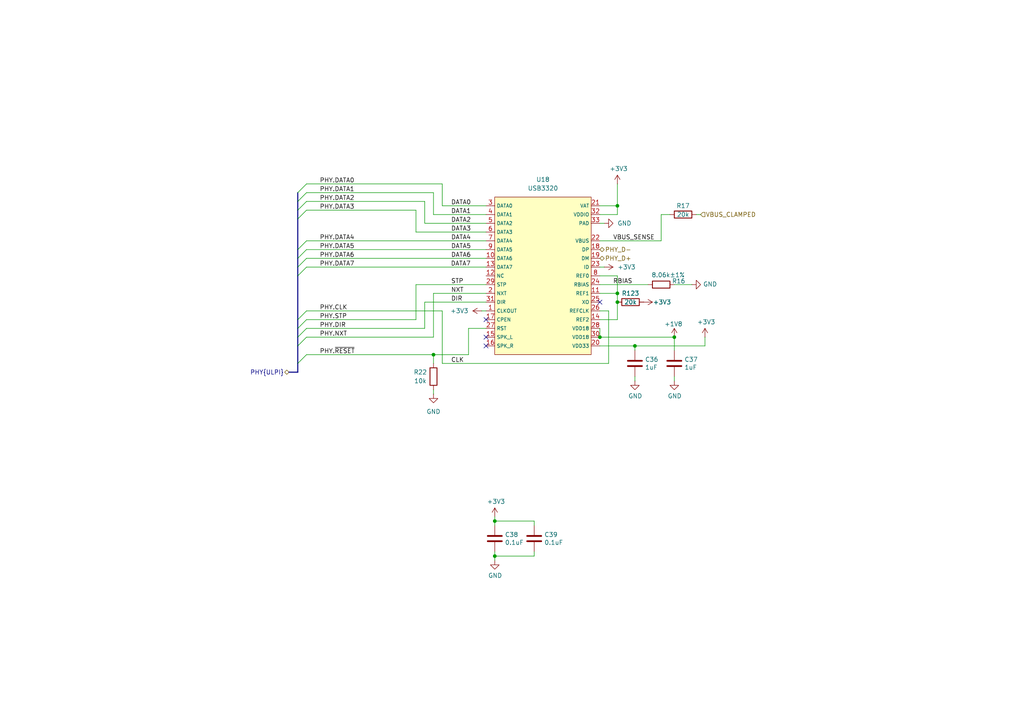
<source format=kicad_sch>
(kicad_sch
	(version 20231120)
	(generator "eeschema")
	(generator_version "8.0")
	(uuid "8596d885-19f7-4887-815e-f1fa758334bc")
	(paper "A4")
	(title_block
		(title "${TITLE}")
		(date "${DATE}")
		(rev "${VERSION}")
		(company "${COPYRIGHT}")
		(comment 1 "${LICENSE}")
	)
	(lib_symbols
		(symbol "Device:C"
			(pin_numbers hide)
			(pin_names
				(offset 0.254)
			)
			(exclude_from_sim no)
			(in_bom yes)
			(on_board yes)
			(property "Reference" "C"
				(at 0.635 2.54 0)
				(effects
					(font
						(size 1.27 1.27)
					)
					(justify left)
				)
			)
			(property "Value" "C"
				(at 0.635 -2.54 0)
				(effects
					(font
						(size 1.27 1.27)
					)
					(justify left)
				)
			)
			(property "Footprint" ""
				(at 0.9652 -3.81 0)
				(effects
					(font
						(size 1.27 1.27)
					)
					(hide yes)
				)
			)
			(property "Datasheet" "~"
				(at 0 0 0)
				(effects
					(font
						(size 1.27 1.27)
					)
					(hide yes)
				)
			)
			(property "Description" "Unpolarized capacitor"
				(at 0 0 0)
				(effects
					(font
						(size 1.27 1.27)
					)
					(hide yes)
				)
			)
			(property "ki_keywords" "cap capacitor"
				(at 0 0 0)
				(effects
					(font
						(size 1.27 1.27)
					)
					(hide yes)
				)
			)
			(property "ki_fp_filters" "C_*"
				(at 0 0 0)
				(effects
					(font
						(size 1.27 1.27)
					)
					(hide yes)
				)
			)
			(symbol "C_0_1"
				(polyline
					(pts
						(xy -2.032 -0.762) (xy 2.032 -0.762)
					)
					(stroke
						(width 0.508)
						(type default)
					)
					(fill
						(type none)
					)
				)
				(polyline
					(pts
						(xy -2.032 0.762) (xy 2.032 0.762)
					)
					(stroke
						(width 0.508)
						(type default)
					)
					(fill
						(type none)
					)
				)
			)
			(symbol "C_1_1"
				(pin passive line
					(at 0 3.81 270)
					(length 2.794)
					(name "~"
						(effects
							(font
								(size 1.27 1.27)
							)
						)
					)
					(number "1"
						(effects
							(font
								(size 1.27 1.27)
							)
						)
					)
				)
				(pin passive line
					(at 0 -3.81 90)
					(length 2.794)
					(name "~"
						(effects
							(font
								(size 1.27 1.27)
							)
						)
					)
					(number "2"
						(effects
							(font
								(size 1.27 1.27)
							)
						)
					)
				)
			)
		)
		(symbol "Device:R"
			(pin_numbers hide)
			(pin_names
				(offset 0)
			)
			(exclude_from_sim no)
			(in_bom yes)
			(on_board yes)
			(property "Reference" "R"
				(at 2.032 0 90)
				(effects
					(font
						(size 1.27 1.27)
					)
				)
			)
			(property "Value" "R"
				(at 0 0 90)
				(effects
					(font
						(size 1.27 1.27)
					)
				)
			)
			(property "Footprint" ""
				(at -1.778 0 90)
				(effects
					(font
						(size 1.27 1.27)
					)
					(hide yes)
				)
			)
			(property "Datasheet" "~"
				(at 0 0 0)
				(effects
					(font
						(size 1.27 1.27)
					)
					(hide yes)
				)
			)
			(property "Description" "Resistor"
				(at 0 0 0)
				(effects
					(font
						(size 1.27 1.27)
					)
					(hide yes)
				)
			)
			(property "ki_keywords" "R res resistor"
				(at 0 0 0)
				(effects
					(font
						(size 1.27 1.27)
					)
					(hide yes)
				)
			)
			(property "ki_fp_filters" "R_*"
				(at 0 0 0)
				(effects
					(font
						(size 1.27 1.27)
					)
					(hide yes)
				)
			)
			(symbol "R_0_1"
				(rectangle
					(start -1.016 -2.54)
					(end 1.016 2.54)
					(stroke
						(width 0.254)
						(type default)
					)
					(fill
						(type none)
					)
				)
			)
			(symbol "R_1_1"
				(pin passive line
					(at 0 3.81 270)
					(length 1.27)
					(name "~"
						(effects
							(font
								(size 1.27 1.27)
							)
						)
					)
					(number "1"
						(effects
							(font
								(size 1.27 1.27)
							)
						)
					)
				)
				(pin passive line
					(at 0 -3.81 90)
					(length 1.27)
					(name "~"
						(effects
							(font
								(size 1.27 1.27)
							)
						)
					)
					(number "2"
						(effects
							(font
								(size 1.27 1.27)
							)
						)
					)
				)
			)
		)
		(symbol "Project:USB3320"
			(exclude_from_sim no)
			(in_bom yes)
			(on_board yes)
			(property "Reference" "U"
				(at 3.302 1.016 0)
				(effects
					(font
						(size 1.27 1.27)
					)
				)
			)
			(property "Value" "USB3320"
				(at 15.24 1.27 0)
				(effects
					(font
						(size 1.27 1.27)
					)
				)
			)
			(property "Footprint" "Porject:USB3320-QFN-32_EP_5.6x5.6_Pitch0.5mm"
				(at 52.07 -6.35 0)
				(effects
					(font
						(size 1.27 1.27)
					)
					(hide yes)
				)
			)
			(property "Datasheet" ""
				(at 52.07 -6.35 0)
				(effects
					(font
						(size 1.27 1.27)
					)
					(hide yes)
				)
			)
			(property "Description" ""
				(at 52.07 -6.35 0)
				(effects
					(font
						(size 1.27 1.27)
					)
					(hide yes)
				)
			)
			(symbol "USB3320_0_1"
				(rectangle
					(start 2.54 0)
					(end 30.48 -45.72)
					(stroke
						(width 0)
						(type default)
					)
					(fill
						(type background)
					)
				)
			)
			(symbol "USB3320_1_1"
				(pin passive line
					(at 0 -33.02 0)
					(length 2.54)
					(name "CLKOUT"
						(effects
							(font
								(size 1.016 1.016)
							)
						)
					)
					(number "1"
						(effects
							(font
								(size 1.27 1.27)
							)
						)
					)
				)
				(pin passive line
					(at 0 -17.78 0)
					(length 2.54)
					(name "DATA6"
						(effects
							(font
								(size 1.016 1.016)
							)
						)
					)
					(number "10"
						(effects
							(font
								(size 1.27 1.27)
							)
						)
					)
				)
				(pin passive line
					(at 33.02 -27.94 180)
					(length 2.54)
					(name "REF1"
						(effects
							(font
								(size 1.016 1.016)
							)
						)
					)
					(number "11"
						(effects
							(font
								(size 1.27 1.27)
							)
						)
					)
				)
				(pin passive line
					(at 0 -22.86 0)
					(length 2.54)
					(name "NC"
						(effects
							(font
								(size 1.016 1.016)
							)
						)
					)
					(number "12"
						(effects
							(font
								(size 1.27 1.27)
							)
						)
					)
				)
				(pin passive line
					(at 0 -20.32 0)
					(length 2.54)
					(name "DATA7"
						(effects
							(font
								(size 1.016 1.016)
							)
						)
					)
					(number "13"
						(effects
							(font
								(size 1.27 1.27)
							)
						)
					)
				)
				(pin passive line
					(at 33.02 -35.56 180)
					(length 2.54)
					(name "REF2"
						(effects
							(font
								(size 1.016 1.016)
							)
						)
					)
					(number "14"
						(effects
							(font
								(size 1.27 1.27)
							)
						)
					)
				)
				(pin passive line
					(at 0 -40.64 0)
					(length 2.54)
					(name "SPK_L"
						(effects
							(font
								(size 1.016 1.016)
							)
						)
					)
					(number "15"
						(effects
							(font
								(size 1.27 1.27)
							)
						)
					)
				)
				(pin passive line
					(at 0 -43.18 0)
					(length 2.54)
					(name "SPK_R"
						(effects
							(font
								(size 1.016 1.016)
							)
						)
					)
					(number "16"
						(effects
							(font
								(size 1.27 1.27)
							)
						)
					)
				)
				(pin passive line
					(at 0 -35.56 0)
					(length 2.54)
					(name "CPEN"
						(effects
							(font
								(size 1.016 1.016)
							)
						)
					)
					(number "17"
						(effects
							(font
								(size 1.27 1.27)
							)
						)
					)
				)
				(pin passive line
					(at 33.02 -15.24 180)
					(length 2.54)
					(name "DP"
						(effects
							(font
								(size 1.016 1.016)
							)
						)
					)
					(number "18"
						(effects
							(font
								(size 1.27 1.27)
							)
						)
					)
				)
				(pin passive line
					(at 33.02 -17.78 180)
					(length 2.54)
					(name "DM"
						(effects
							(font
								(size 1.016 1.016)
							)
						)
					)
					(number "19"
						(effects
							(font
								(size 1.27 1.27)
							)
						)
					)
				)
				(pin passive line
					(at 0 -27.94 0)
					(length 2.54)
					(name "NXT"
						(effects
							(font
								(size 1.016 1.016)
							)
						)
					)
					(number "2"
						(effects
							(font
								(size 1.27 1.27)
							)
						)
					)
				)
				(pin passive line
					(at 33.02 -43.18 180)
					(length 2.54)
					(name "VDD33"
						(effects
							(font
								(size 1.016 1.016)
							)
						)
					)
					(number "20"
						(effects
							(font
								(size 1.27 1.27)
							)
						)
					)
				)
				(pin passive line
					(at 33.02 -2.54 180)
					(length 2.54)
					(name "VAT"
						(effects
							(font
								(size 1.016 1.016)
							)
						)
					)
					(number "21"
						(effects
							(font
								(size 1.27 1.27)
							)
						)
					)
				)
				(pin passive line
					(at 33.02 -12.7 180)
					(length 2.54)
					(name "VBUS"
						(effects
							(font
								(size 1.016 1.016)
							)
						)
					)
					(number "22"
						(effects
							(font
								(size 1.27 1.27)
							)
						)
					)
				)
				(pin passive line
					(at 33.02 -20.32 180)
					(length 2.54)
					(name "ID"
						(effects
							(font
								(size 1.016 1.016)
							)
						)
					)
					(number "23"
						(effects
							(font
								(size 1.27 1.27)
							)
						)
					)
				)
				(pin passive line
					(at 33.02 -25.4 180)
					(length 2.54)
					(name "RBIAS"
						(effects
							(font
								(size 1.016 1.016)
							)
						)
					)
					(number "24"
						(effects
							(font
								(size 1.27 1.27)
							)
						)
					)
				)
				(pin passive line
					(at 33.02 -30.48 180)
					(length 2.54)
					(name "XO"
						(effects
							(font
								(size 1.016 1.016)
							)
						)
					)
					(number "25"
						(effects
							(font
								(size 1.27 1.27)
							)
						)
					)
				)
				(pin passive line
					(at 33.02 -33.02 180)
					(length 2.54)
					(name "REFCLK"
						(effects
							(font
								(size 1.016 1.016)
							)
						)
					)
					(number "26"
						(effects
							(font
								(size 1.27 1.27)
							)
						)
					)
				)
				(pin passive line
					(at 0 -38.1 0)
					(length 2.54)
					(name "RST"
						(effects
							(font
								(size 1.016 1.016)
							)
						)
					)
					(number "27"
						(effects
							(font
								(size 1.27 1.27)
							)
						)
					)
				)
				(pin passive line
					(at 33.02 -38.1 180)
					(length 2.54)
					(name "VDD18"
						(effects
							(font
								(size 1.016 1.016)
							)
						)
					)
					(number "28"
						(effects
							(font
								(size 1.27 1.27)
							)
						)
					)
				)
				(pin passive line
					(at 0 -25.4 0)
					(length 2.54)
					(name "STP"
						(effects
							(font
								(size 1.016 1.016)
							)
						)
					)
					(number "29"
						(effects
							(font
								(size 1.27 1.27)
							)
						)
					)
				)
				(pin passive line
					(at 0 -2.54 0)
					(length 2.54)
					(name "DATA0"
						(effects
							(font
								(size 1.016 1.016)
							)
						)
					)
					(number "3"
						(effects
							(font
								(size 1.27 1.27)
							)
						)
					)
				)
				(pin passive line
					(at 33.02 -40.64 180)
					(length 2.54)
					(name "VDD18"
						(effects
							(font
								(size 1.016 1.016)
							)
						)
					)
					(number "30"
						(effects
							(font
								(size 1.27 1.27)
							)
						)
					)
				)
				(pin passive line
					(at 0 -30.48 0)
					(length 2.54)
					(name "DIR"
						(effects
							(font
								(size 1.016 1.016)
							)
						)
					)
					(number "31"
						(effects
							(font
								(size 1.27 1.27)
							)
						)
					)
				)
				(pin passive line
					(at 33.02 -5.08 180)
					(length 2.54)
					(name "VDDIO"
						(effects
							(font
								(size 1.016 1.016)
							)
						)
					)
					(number "32"
						(effects
							(font
								(size 1.27 1.27)
							)
						)
					)
				)
				(pin passive line
					(at 33.02 -7.62 180)
					(length 2.54)
					(name "PAD"
						(effects
							(font
								(size 1.016 1.016)
							)
						)
					)
					(number "33"
						(effects
							(font
								(size 1.27 1.27)
							)
						)
					)
				)
				(pin passive line
					(at 0 -5.08 0)
					(length 2.54)
					(name "DATA1"
						(effects
							(font
								(size 1.016 1.016)
							)
						)
					)
					(number "4"
						(effects
							(font
								(size 1.27 1.27)
							)
						)
					)
				)
				(pin passive line
					(at 0 -7.62 0)
					(length 2.54)
					(name "DATA2"
						(effects
							(font
								(size 1.016 1.016)
							)
						)
					)
					(number "5"
						(effects
							(font
								(size 1.27 1.27)
							)
						)
					)
				)
				(pin passive line
					(at 0 -10.16 0)
					(length 2.54)
					(name "DATA3"
						(effects
							(font
								(size 1.016 1.016)
							)
						)
					)
					(number "6"
						(effects
							(font
								(size 1.27 1.27)
							)
						)
					)
				)
				(pin passive line
					(at 0 -12.7 0)
					(length 2.54)
					(name "DATA4"
						(effects
							(font
								(size 1.016 1.016)
							)
						)
					)
					(number "7"
						(effects
							(font
								(size 1.27 1.27)
							)
						)
					)
				)
				(pin passive line
					(at 33.02 -22.86 180)
					(length 2.54)
					(name "REF0"
						(effects
							(font
								(size 1.016 1.016)
							)
						)
					)
					(number "8"
						(effects
							(font
								(size 1.27 1.27)
							)
						)
					)
				)
				(pin passive line
					(at 0 -15.24 0)
					(length 2.54)
					(name "DATA5"
						(effects
							(font
								(size 1.016 1.016)
							)
						)
					)
					(number "9"
						(effects
							(font
								(size 1.27 1.27)
							)
						)
					)
				)
			)
		)
		(symbol "power:+3V3"
			(power)
			(pin_numbers hide)
			(pin_names
				(offset 0) hide)
			(exclude_from_sim no)
			(in_bom yes)
			(on_board yes)
			(property "Reference" "#PWR"
				(at 0 -3.81 0)
				(effects
					(font
						(size 1.27 1.27)
					)
					(hide yes)
				)
			)
			(property "Value" "+3V3"
				(at 0 3.556 0)
				(effects
					(font
						(size 1.27 1.27)
					)
				)
			)
			(property "Footprint" ""
				(at 0 0 0)
				(effects
					(font
						(size 1.27 1.27)
					)
					(hide yes)
				)
			)
			(property "Datasheet" ""
				(at 0 0 0)
				(effects
					(font
						(size 1.27 1.27)
					)
					(hide yes)
				)
			)
			(property "Description" "Power symbol creates a global label with name \"+3V3\""
				(at 0 0 0)
				(effects
					(font
						(size 1.27 1.27)
					)
					(hide yes)
				)
			)
			(property "ki_keywords" "global power"
				(at 0 0 0)
				(effects
					(font
						(size 1.27 1.27)
					)
					(hide yes)
				)
			)
			(symbol "+3V3_0_1"
				(polyline
					(pts
						(xy -0.762 1.27) (xy 0 2.54)
					)
					(stroke
						(width 0)
						(type default)
					)
					(fill
						(type none)
					)
				)
				(polyline
					(pts
						(xy 0 0) (xy 0 2.54)
					)
					(stroke
						(width 0)
						(type default)
					)
					(fill
						(type none)
					)
				)
				(polyline
					(pts
						(xy 0 2.54) (xy 0.762 1.27)
					)
					(stroke
						(width 0)
						(type default)
					)
					(fill
						(type none)
					)
				)
			)
			(symbol "+3V3_1_1"
				(pin power_in line
					(at 0 0 90)
					(length 0)
					(name "~"
						(effects
							(font
								(size 1.27 1.27)
							)
						)
					)
					(number "1"
						(effects
							(font
								(size 1.27 1.27)
							)
						)
					)
				)
			)
		)
		(symbol "power:GND"
			(power)
			(pin_numbers hide)
			(pin_names
				(offset 0) hide)
			(exclude_from_sim no)
			(in_bom yes)
			(on_board yes)
			(property "Reference" "#PWR"
				(at 0 -6.35 0)
				(effects
					(font
						(size 1.27 1.27)
					)
					(hide yes)
				)
			)
			(property "Value" "GND"
				(at 0 -3.81 0)
				(effects
					(font
						(size 1.27 1.27)
					)
				)
			)
			(property "Footprint" ""
				(at 0 0 0)
				(effects
					(font
						(size 1.27 1.27)
					)
					(hide yes)
				)
			)
			(property "Datasheet" ""
				(at 0 0 0)
				(effects
					(font
						(size 1.27 1.27)
					)
					(hide yes)
				)
			)
			(property "Description" "Power symbol creates a global label with name \"GND\" , ground"
				(at 0 0 0)
				(effects
					(font
						(size 1.27 1.27)
					)
					(hide yes)
				)
			)
			(property "ki_keywords" "global power"
				(at 0 0 0)
				(effects
					(font
						(size 1.27 1.27)
					)
					(hide yes)
				)
			)
			(symbol "GND_0_1"
				(polyline
					(pts
						(xy 0 0) (xy 0 -1.27) (xy 1.27 -1.27) (xy 0 -2.54) (xy -1.27 -1.27) (xy 0 -1.27)
					)
					(stroke
						(width 0)
						(type default)
					)
					(fill
						(type none)
					)
				)
			)
			(symbol "GND_1_1"
				(pin power_in line
					(at 0 0 270)
					(length 0)
					(name "~"
						(effects
							(font
								(size 1.27 1.27)
							)
						)
					)
					(number "1"
						(effects
							(font
								(size 1.27 1.27)
							)
						)
					)
				)
			)
		)
		(symbol "support_hardware:VCCRAM"
			(power)
			(pin_names
				(offset 0)
			)
			(exclude_from_sim no)
			(in_bom yes)
			(on_board yes)
			(property "Reference" "#PWR"
				(at 0 -3.81 0)
				(effects
					(font
						(size 1.27 1.27)
					)
					(hide yes)
				)
			)
			(property "Value" "VCCRAM"
				(at 0 3.81 0)
				(effects
					(font
						(size 1.27 1.27)
					)
				)
			)
			(property "Footprint" ""
				(at 0 0 0)
				(effects
					(font
						(size 1.27 1.27)
					)
					(hide yes)
				)
			)
			(property "Datasheet" ""
				(at 0 0 0)
				(effects
					(font
						(size 1.27 1.27)
					)
					(hide yes)
				)
			)
			(property "Description" "Power symbol creates a global label with name \"VCCRAM\""
				(at 0 0 0)
				(effects
					(font
						(size 1.27 1.27)
					)
					(hide yes)
				)
			)
			(property "ki_keywords" "global power"
				(at 0 0 0)
				(effects
					(font
						(size 1.27 1.27)
					)
					(hide yes)
				)
			)
			(symbol "VCCRAM_0_1"
				(polyline
					(pts
						(xy -0.762 1.27) (xy 0 2.54)
					)
					(stroke
						(width 0)
						(type default)
					)
					(fill
						(type none)
					)
				)
				(polyline
					(pts
						(xy 0 0) (xy 0 2.54)
					)
					(stroke
						(width 0)
						(type default)
					)
					(fill
						(type none)
					)
				)
				(polyline
					(pts
						(xy 0 2.54) (xy 0.762 1.27)
					)
					(stroke
						(width 0)
						(type default)
					)
					(fill
						(type none)
					)
				)
			)
			(symbol "VCCRAM_1_1"
				(pin power_in line
					(at 0 0 90)
					(length 0) hide
					(name "VCCRAM"
						(effects
							(font
								(size 1.27 1.27)
							)
						)
					)
					(number "1"
						(effects
							(font
								(size 1.27 1.27)
							)
						)
					)
				)
			)
		)
	)
	(junction
		(at 179.07 59.69)
		(diameter 0)
		(color 0 0 0 0)
		(uuid "1689bbda-837d-48cb-b026-237b14f68abf")
	)
	(junction
		(at 143.51 151.13)
		(diameter 0)
		(color 0 0 0 0)
		(uuid "50755080-413a-4f33-9561-4e5dbe2da87a")
	)
	(junction
		(at 143.51 161.29)
		(diameter 0)
		(color 0 0 0 0)
		(uuid "6d92f2fc-44fe-4afb-902d-178895a1261c")
	)
	(junction
		(at 195.58 97.79)
		(diameter 0)
		(color 0 0 0 0)
		(uuid "98d53957-679e-42c7-9f8c-06c152475d58")
	)
	(junction
		(at 125.73 102.87)
		(diameter 0)
		(color 0 0 0 0)
		(uuid "a851cbb6-ea85-41c6-867a-3408fc8ccaa8")
	)
	(junction
		(at 179.07 87.63)
		(diameter 0)
		(color 0 0 0 0)
		(uuid "af623a48-c4d8-45d1-817d-71494b0bf0f3")
	)
	(junction
		(at 173.99 97.79)
		(diameter 0)
		(color 0 0 0 0)
		(uuid "b06c7063-93d6-4cb4-b5c4-ab82e51625d4")
	)
	(junction
		(at 184.15 100.33)
		(diameter 0)
		(color 0 0 0 0)
		(uuid "ca93f791-60d7-4e42-ac34-1921c21ba4e5")
	)
	(junction
		(at 179.07 85.09)
		(diameter 0)
		(color 0 0 0 0)
		(uuid "e971881c-e279-4e65-bb19-834ad526d0a9")
	)
	(no_connect
		(at 140.97 92.71)
		(uuid "05f36a81-864e-4933-a750-99217817e59c")
	)
	(no_connect
		(at 140.97 97.79)
		(uuid "0d151a19-8207-4480-a4b4-321a24cb7a29")
	)
	(no_connect
		(at 140.97 100.33)
		(uuid "6925f773-c957-40ac-a07d-a318beb085a0")
	)
	(no_connect
		(at 173.99 87.63)
		(uuid "7ef69f77-6dff-40b4-8ef1-0fc19e4c55d2")
	)
	(bus_entry
		(at 86.36 77.47)
		(size 2.54 -2.54)
		(stroke
			(width 0)
			(type default)
		)
		(uuid "01f8ee76-8691-4754-9e8e-5db3cc1dfeb6")
	)
	(bus_entry
		(at 88.9 53.34)
		(size -2.54 2.54)
		(stroke
			(width 0)
			(type default)
		)
		(uuid "2012bac7-f99b-43bb-832c-3b382cc2e8a7")
	)
	(bus_entry
		(at 86.36 58.42)
		(size 2.54 -2.54)
		(stroke
			(width 0)
			(type default)
		)
		(uuid "2633e139-8d16-493b-84cb-be816b244213")
	)
	(bus_entry
		(at 86.36 74.93)
		(size 2.54 -2.54)
		(stroke
			(width 0)
			(type default)
		)
		(uuid "3ab6bbb2-05be-4d3b-81cf-124968d43d2e")
	)
	(bus_entry
		(at 86.36 63.5)
		(size 2.54 -2.54)
		(stroke
			(width 0)
			(type default)
		)
		(uuid "3d82c81f-0c53-408a-8ab8-9c3526d20046")
	)
	(bus_entry
		(at 86.36 92.71)
		(size 2.54 -2.54)
		(stroke
			(width 0)
			(type default)
		)
		(uuid "408f42f4-4d5a-48a2-a417-f962515fee8d")
	)
	(bus_entry
		(at 86.36 97.79)
		(size 2.54 -2.54)
		(stroke
			(width 0)
			(type default)
		)
		(uuid "5d310e92-954f-496a-a0ef-967ceb7f18c9")
	)
	(bus_entry
		(at 86.36 105.41)
		(size 2.54 -2.54)
		(stroke
			(width 0)
			(type default)
		)
		(uuid "64301742-49bc-4ee2-8358-a810102c80f3")
	)
	(bus_entry
		(at 86.36 72.39)
		(size 2.54 -2.54)
		(stroke
			(width 0)
			(type default)
		)
		(uuid "6e20cb3f-edf2-43fe-aa68-1b2437a1acf5")
	)
	(bus_entry
		(at 88.9 97.79)
		(size -2.54 2.54)
		(stroke
			(width 0)
			(type default)
		)
		(uuid "ac3c1934-1713-4f79-a5a0-292ba651fcec")
	)
	(bus_entry
		(at 86.36 80.01)
		(size 2.54 -2.54)
		(stroke
			(width 0)
			(type default)
		)
		(uuid "bfd34920-4a00-48a5-bbe8-b0fc0a04bc83")
	)
	(bus_entry
		(at 86.36 95.25)
		(size 2.54 -2.54)
		(stroke
			(width 0)
			(type default)
		)
		(uuid "d45f9331-dddb-46d3-ab96-ec2c359b8239")
	)
	(bus_entry
		(at 86.36 60.96)
		(size 2.54 -2.54)
		(stroke
			(width 0)
			(type default)
		)
		(uuid "e8a4aa52-783b-4759-b279-af1929927cc2")
	)
	(wire
		(pts
			(xy 140.97 82.55) (xy 120.65 82.55)
		)
		(stroke
			(width 0)
			(type default)
		)
		(uuid "02321532-236d-4a91-aefb-79a76a60b9dc")
	)
	(wire
		(pts
			(xy 201.93 62.23) (xy 203.2 62.23)
		)
		(stroke
			(width 0)
			(type default)
		)
		(uuid "032ec50f-6974-4d2f-8fbd-06f7ee0dfed3")
	)
	(wire
		(pts
			(xy 187.96 82.55) (xy 173.99 82.55)
		)
		(stroke
			(width 0)
			(type default)
		)
		(uuid "0499443f-c4e1-4834-ae7b-41d3f0050325")
	)
	(wire
		(pts
			(xy 173.99 100.33) (xy 184.15 100.33)
		)
		(stroke
			(width 0)
			(type default)
		)
		(uuid "0b0821c1-fa32-415b-8711-0af4011de9fa")
	)
	(bus
		(pts
			(xy 86.36 97.79) (xy 86.36 100.33)
		)
		(stroke
			(width 0)
			(type default)
		)
		(uuid "0c8ac939-eda2-44b4-8d3b-5d2a4aa1f4cf")
	)
	(wire
		(pts
			(xy 173.99 85.09) (xy 179.07 85.09)
		)
		(stroke
			(width 0)
			(type default)
		)
		(uuid "0e6c408e-7f41-42cf-8301-a5ee1fa788c6")
	)
	(wire
		(pts
			(xy 195.58 110.49) (xy 195.58 109.22)
		)
		(stroke
			(width 0)
			(type default)
		)
		(uuid "0e7d24f0-c690-4b9a-aadb-1ede5652b9a5")
	)
	(wire
		(pts
			(xy 173.99 59.69) (xy 179.07 59.69)
		)
		(stroke
			(width 0)
			(type default)
		)
		(uuid "1735ebc9-4097-4ab0-b6bb-94097522b5fe")
	)
	(wire
		(pts
			(xy 173.99 92.71) (xy 179.07 92.71)
		)
		(stroke
			(width 0)
			(type default)
		)
		(uuid "1f35d1d0-b318-4a98-9172-19bbc8f5b392")
	)
	(bus
		(pts
			(xy 86.36 58.42) (xy 86.36 60.96)
		)
		(stroke
			(width 0)
			(type default)
		)
		(uuid "2003ebcd-c651-4de1-ba38-4216739a56e6")
	)
	(bus
		(pts
			(xy 86.36 72.39) (xy 86.36 74.93)
		)
		(stroke
			(width 0)
			(type default)
		)
		(uuid "202690ed-f206-46ff-b1b2-6bd6b4f4b39e")
	)
	(wire
		(pts
			(xy 88.9 97.79) (xy 125.73 97.79)
		)
		(stroke
			(width 0)
			(type default)
		)
		(uuid "252f1599-2091-4713-bb4f-f0747600d19e")
	)
	(wire
		(pts
			(xy 154.94 161.29) (xy 143.51 161.29)
		)
		(stroke
			(width 0)
			(type default)
		)
		(uuid "29f6c7f6-3134-4a28-ad00-1c0e0449f08c")
	)
	(wire
		(pts
			(xy 125.73 102.87) (xy 135.89 102.87)
		)
		(stroke
			(width 0)
			(type default)
		)
		(uuid "33323616-030e-48ed-af95-73cac4bac30c")
	)
	(wire
		(pts
			(xy 125.73 55.88) (xy 125.73 62.23)
		)
		(stroke
			(width 0)
			(type default)
		)
		(uuid "3408f67a-e029-4c7c-8325-e1ac7a327089")
	)
	(wire
		(pts
			(xy 125.73 114.3) (xy 125.73 113.03)
		)
		(stroke
			(width 0)
			(type default)
		)
		(uuid "34d0576c-cd99-4810-aa04-88342d9a5622")
	)
	(wire
		(pts
			(xy 179.07 80.01) (xy 179.07 85.09)
		)
		(stroke
			(width 0)
			(type default)
		)
		(uuid "34e67603-3fe8-48cc-9c6b-3fe176b3c859")
	)
	(wire
		(pts
			(xy 88.9 74.93) (xy 140.97 74.93)
		)
		(stroke
			(width 0)
			(type default)
		)
		(uuid "36c500ad-9217-4801-aeab-fb5f1753f045")
	)
	(wire
		(pts
			(xy 140.97 87.63) (xy 123.19 87.63)
		)
		(stroke
			(width 0)
			(type default)
		)
		(uuid "373ca372-2c49-45fa-b942-4717909b5073")
	)
	(wire
		(pts
			(xy 179.07 59.69) (xy 179.07 53.34)
		)
		(stroke
			(width 0)
			(type default)
		)
		(uuid "3d0ccf56-3da9-4655-9aaf-1cbd9e84cb5d")
	)
	(wire
		(pts
			(xy 143.51 160.02) (xy 143.51 161.29)
		)
		(stroke
			(width 0)
			(type default)
		)
		(uuid "3f7f06e2-d5c2-42cc-b83e-98de5fb1ab6e")
	)
	(wire
		(pts
			(xy 184.15 100.33) (xy 184.15 101.6)
		)
		(stroke
			(width 0)
			(type default)
		)
		(uuid "427aa117-b294-4163-92ae-1beaa4aed924")
	)
	(wire
		(pts
			(xy 88.9 60.96) (xy 120.65 60.96)
		)
		(stroke
			(width 0)
			(type default)
		)
		(uuid "445f30c6-7994-48e4-a817-fdac42ff4575")
	)
	(wire
		(pts
			(xy 173.99 80.01) (xy 179.07 80.01)
		)
		(stroke
			(width 0)
			(type default)
		)
		(uuid "4618a042-d5e2-4581-89f9-e7460810548b")
	)
	(wire
		(pts
			(xy 204.47 100.33) (xy 204.47 97.79)
		)
		(stroke
			(width 0)
			(type default)
		)
		(uuid "461d0b56-8196-4ca9-aec8-ceca870b6435")
	)
	(wire
		(pts
			(xy 204.47 100.33) (xy 184.15 100.33)
		)
		(stroke
			(width 0)
			(type default)
		)
		(uuid "469d2e40-fb51-4f13-a77b-6ee48c462da2")
	)
	(wire
		(pts
			(xy 88.9 92.71) (xy 120.65 92.71)
		)
		(stroke
			(width 0)
			(type default)
		)
		(uuid "50e1fbbb-99ac-4eea-9355-619c98adc5dc")
	)
	(wire
		(pts
			(xy 184.15 110.49) (xy 184.15 109.22)
		)
		(stroke
			(width 0)
			(type default)
		)
		(uuid "518a89df-1afe-41ad-a3a3-ba15f982db26")
	)
	(wire
		(pts
			(xy 135.89 102.87) (xy 135.89 95.25)
		)
		(stroke
			(width 0)
			(type default)
		)
		(uuid "52e64678-9c1b-48a3-80bf-8b5372a10f39")
	)
	(wire
		(pts
			(xy 128.27 90.17) (xy 128.27 105.41)
		)
		(stroke
			(width 0)
			(type default)
		)
		(uuid "55f0293b-daed-4ee0-b516-f7f52e8f7e5f")
	)
	(wire
		(pts
			(xy 173.99 77.47) (xy 175.26 77.47)
		)
		(stroke
			(width 0)
			(type default)
		)
		(uuid "56ce0064-1b3e-4cb0-873d-b126c753949d")
	)
	(wire
		(pts
			(xy 123.19 58.42) (xy 123.19 64.77)
		)
		(stroke
			(width 0)
			(type default)
		)
		(uuid "574ff51b-4abf-4b0c-8e55-0dc99c3e9736")
	)
	(wire
		(pts
			(xy 88.9 69.85) (xy 140.97 69.85)
		)
		(stroke
			(width 0)
			(type default)
		)
		(uuid "57d54e28-b4fd-4089-82cc-0eb38e95f7ac")
	)
	(wire
		(pts
			(xy 179.07 62.23) (xy 179.07 59.69)
		)
		(stroke
			(width 0)
			(type default)
		)
		(uuid "57ef3721-d3c8-4fbc-9380-161a1ae4e42d")
	)
	(wire
		(pts
			(xy 154.94 151.13) (xy 154.94 152.4)
		)
		(stroke
			(width 0)
			(type default)
		)
		(uuid "58e0c1c4-dfde-4e11-807f-e5138919a658")
	)
	(bus
		(pts
			(xy 86.36 95.25) (xy 86.36 97.79)
		)
		(stroke
			(width 0)
			(type default)
		)
		(uuid "5937b655-5121-46cf-a91f-064446f460b0")
	)
	(wire
		(pts
			(xy 88.9 53.34) (xy 128.27 53.34)
		)
		(stroke
			(width 0)
			(type default)
		)
		(uuid "5c5ef18c-0932-4c5c-a7dd-9c5df6566a48")
	)
	(bus
		(pts
			(xy 86.36 105.41) (xy 86.36 107.95)
		)
		(stroke
			(width 0)
			(type default)
		)
		(uuid "5c8e879c-4a0a-49f0-aa07-5241a5a7c1b6")
	)
	(wire
		(pts
			(xy 179.07 85.09) (xy 179.07 87.63)
		)
		(stroke
			(width 0)
			(type default)
		)
		(uuid "5cc784c2-cf2b-46af-8c26-da29df18747b")
	)
	(wire
		(pts
			(xy 143.51 151.13) (xy 143.51 152.4)
		)
		(stroke
			(width 0)
			(type default)
		)
		(uuid "5d025024-7df2-490d-b303-d0fc7b683575")
	)
	(wire
		(pts
			(xy 191.77 69.85) (xy 173.99 69.85)
		)
		(stroke
			(width 0)
			(type default)
		)
		(uuid "5d11d597-aa82-4276-b4a8-edabb035d9a6")
	)
	(wire
		(pts
			(xy 88.9 72.39) (xy 140.97 72.39)
		)
		(stroke
			(width 0)
			(type default)
		)
		(uuid "5dfe3b05-4050-495d-bf86-f91d73afc04c")
	)
	(bus
		(pts
			(xy 86.36 74.93) (xy 86.36 77.47)
		)
		(stroke
			(width 0)
			(type default)
		)
		(uuid "658af57e-06d3-4b82-a0a4-0fa97a408f3a")
	)
	(wire
		(pts
			(xy 125.73 85.09) (xy 125.73 97.79)
		)
		(stroke
			(width 0)
			(type default)
		)
		(uuid "716844f3-c455-4c4b-9d93-0282625a7fd4")
	)
	(bus
		(pts
			(xy 86.36 80.01) (xy 86.36 92.71)
		)
		(stroke
			(width 0)
			(type default)
		)
		(uuid "73e71da5-b84c-4ecc-9b58-f8e3322e757b")
	)
	(wire
		(pts
			(xy 143.51 151.13) (xy 154.94 151.13)
		)
		(stroke
			(width 0)
			(type default)
		)
		(uuid "7b0f30a0-c7c8-438d-8f44-ff5783121267")
	)
	(wire
		(pts
			(xy 173.99 64.77) (xy 175.26 64.77)
		)
		(stroke
			(width 0)
			(type default)
		)
		(uuid "7dda30e9-f3b6-4846-80cb-ae6a3e595240")
	)
	(bus
		(pts
			(xy 86.36 100.33) (xy 86.36 105.41)
		)
		(stroke
			(width 0)
			(type default)
		)
		(uuid "7f32d4e4-e8b4-4769-896a-2974b9cf136e")
	)
	(wire
		(pts
			(xy 154.94 160.02) (xy 154.94 161.29)
		)
		(stroke
			(width 0)
			(type default)
		)
		(uuid "85346c13-bb69-4430-b53f-4dddbb1951b9")
	)
	(wire
		(pts
			(xy 179.07 87.63) (xy 179.07 92.71)
		)
		(stroke
			(width 0)
			(type default)
		)
		(uuid "8c61346f-e26e-4806-bcbd-baa1c31b267f")
	)
	(wire
		(pts
			(xy 88.9 102.87) (xy 125.73 102.87)
		)
		(stroke
			(width 0)
			(type default)
		)
		(uuid "8dbbd5c3-7df9-4155-935a-3b25f56b63de")
	)
	(bus
		(pts
			(xy 86.36 92.71) (xy 86.36 95.25)
		)
		(stroke
			(width 0)
			(type default)
		)
		(uuid "8e2c076b-596e-4b84-add8-7cc1cb942428")
	)
	(wire
		(pts
			(xy 191.77 69.85) (xy 191.77 62.23)
		)
		(stroke
			(width 0)
			(type default)
		)
		(uuid "8fc5ab63-7d0a-4250-ae84-f7bdef78819f")
	)
	(wire
		(pts
			(xy 179.07 62.23) (xy 173.99 62.23)
		)
		(stroke
			(width 0)
			(type default)
		)
		(uuid "91042ce4-d725-43cd-9c40-3fad8cdbae6c")
	)
	(wire
		(pts
			(xy 125.73 105.41) (xy 125.73 102.87)
		)
		(stroke
			(width 0)
			(type default)
		)
		(uuid "934e3bae-1d50-4834-9aa5-2f6fc0ce462d")
	)
	(wire
		(pts
			(xy 173.99 97.79) (xy 195.58 97.79)
		)
		(stroke
			(width 0)
			(type default)
		)
		(uuid "9b5c21a9-1bdb-4405-8e6f-fcadbc016ab9")
	)
	(wire
		(pts
			(xy 191.77 62.23) (xy 194.31 62.23)
		)
		(stroke
			(width 0)
			(type default)
		)
		(uuid "9bd7943e-0ca6-4cff-8cf6-7b9183d78d4b")
	)
	(wire
		(pts
			(xy 128.27 105.41) (xy 176.53 105.41)
		)
		(stroke
			(width 0)
			(type default)
		)
		(uuid "9d079327-9849-42f8-a412-feac4045daa4")
	)
	(wire
		(pts
			(xy 88.9 58.42) (xy 123.19 58.42)
		)
		(stroke
			(width 0)
			(type default)
		)
		(uuid "9f77fc19-d71a-4311-aff0-046777eb8580")
	)
	(wire
		(pts
			(xy 88.9 77.47) (xy 140.97 77.47)
		)
		(stroke
			(width 0)
			(type default)
		)
		(uuid "9fbc416e-15f1-4869-a7db-dcec0f0f4182")
	)
	(wire
		(pts
			(xy 125.73 62.23) (xy 140.97 62.23)
		)
		(stroke
			(width 0)
			(type default)
		)
		(uuid "a34c65e4-33b9-418d-b22a-9ae01e8681b3")
	)
	(wire
		(pts
			(xy 173.99 90.17) (xy 176.53 90.17)
		)
		(stroke
			(width 0)
			(type default)
		)
		(uuid "a53030fc-0a5e-44d6-9bec-e99e5f4aa057")
	)
	(wire
		(pts
			(xy 140.97 95.25) (xy 135.89 95.25)
		)
		(stroke
			(width 0)
			(type default)
		)
		(uuid "a8574629-fc3c-4f26-879d-e2164741c46f")
	)
	(wire
		(pts
			(xy 128.27 59.69) (xy 140.97 59.69)
		)
		(stroke
			(width 0)
			(type default)
		)
		(uuid "ab5dbe49-ecdb-448d-b7f2-8f34abf43dda")
	)
	(bus
		(pts
			(xy 83.82 107.95) (xy 86.36 107.95)
		)
		(stroke
			(width 0)
			(type default)
		)
		(uuid "acd9862a-a2f7-4350-9d98-fc2e92329a63")
	)
	(wire
		(pts
			(xy 120.65 82.55) (xy 120.65 92.71)
		)
		(stroke
			(width 0)
			(type default)
		)
		(uuid "aee7ef79-9145-453d-8049-0507d10473a6")
	)
	(wire
		(pts
			(xy 120.65 60.96) (xy 120.65 67.31)
		)
		(stroke
			(width 0)
			(type default)
		)
		(uuid "b16356ec-8358-4b94-b6c6-899090fbb0bd")
	)
	(bus
		(pts
			(xy 86.36 63.5) (xy 86.36 72.39)
		)
		(stroke
			(width 0)
			(type default)
		)
		(uuid "b6a4cd0e-0a52-423a-88b0-2a9d1a122d84")
	)
	(wire
		(pts
			(xy 128.27 53.34) (xy 128.27 59.69)
		)
		(stroke
			(width 0)
			(type default)
		)
		(uuid "c3261d87-0a37-4162-85ae-baeae7770051")
	)
	(bus
		(pts
			(xy 86.36 60.96) (xy 86.36 63.5)
		)
		(stroke
			(width 0)
			(type default)
		)
		(uuid "c81bd7dd-aa28-4155-ae37-ae0b37f42b91")
	)
	(wire
		(pts
			(xy 176.53 90.17) (xy 176.53 105.41)
		)
		(stroke
			(width 0)
			(type default)
		)
		(uuid "c84c915a-c1d6-4012-b079-b0fdbde1e4a1")
	)
	(wire
		(pts
			(xy 88.9 55.88) (xy 125.73 55.88)
		)
		(stroke
			(width 0)
			(type default)
		)
		(uuid "c9a7c19d-a4b9-4c1f-82ad-447c23b2bd1c")
	)
	(wire
		(pts
			(xy 88.9 90.17) (xy 128.27 90.17)
		)
		(stroke
			(width 0)
			(type default)
		)
		(uuid "cc193e0b-f1e9-44ce-9905-ec1059b5e7a8")
	)
	(wire
		(pts
			(xy 195.58 101.6) (xy 195.58 97.79)
		)
		(stroke
			(width 0)
			(type default)
		)
		(uuid "d9fe1812-1d02-4e55-8303-5bea019dea63")
	)
	(wire
		(pts
			(xy 120.65 67.31) (xy 140.97 67.31)
		)
		(stroke
			(width 0)
			(type default)
		)
		(uuid "dd628f62-4ff5-4bc1-88f2-8d15176de78e")
	)
	(bus
		(pts
			(xy 86.36 55.88) (xy 86.36 58.42)
		)
		(stroke
			(width 0)
			(type default)
		)
		(uuid "de70d816-f5f7-4837-a15e-d2d25030794f")
	)
	(wire
		(pts
			(xy 143.51 149.86) (xy 143.51 151.13)
		)
		(stroke
			(width 0)
			(type default)
		)
		(uuid "e10da35c-8206-4665-8b5e-a393518bf6fd")
	)
	(wire
		(pts
			(xy 88.9 95.25) (xy 123.19 95.25)
		)
		(stroke
			(width 0)
			(type default)
		)
		(uuid "e2a30cc0-1c0c-4040-8728-7cdfd7ecf5ea")
	)
	(wire
		(pts
			(xy 123.19 64.77) (xy 140.97 64.77)
		)
		(stroke
			(width 0)
			(type default)
		)
		(uuid "eab2eba9-899f-4fe4-be34-8bc253200dfb")
	)
	(bus
		(pts
			(xy 86.36 77.47) (xy 86.36 80.01)
		)
		(stroke
			(width 0)
			(type default)
		)
		(uuid "eb2d96e6-25b7-46f5-a4a5-3c83dd15bd73")
	)
	(wire
		(pts
			(xy 173.99 95.25) (xy 173.99 97.79)
		)
		(stroke
			(width 0)
			(type default)
		)
		(uuid "eb464dff-c2a8-4a92-9b9e-0c6bf13c3120")
	)
	(wire
		(pts
			(xy 200.66 82.55) (xy 195.58 82.55)
		)
		(stroke
			(width 0)
			(type default)
		)
		(uuid "f238ae02-e76b-4e76-9904-ec8d8256edd8")
	)
	(wire
		(pts
			(xy 123.19 87.63) (xy 123.19 95.25)
		)
		(stroke
			(width 0)
			(type default)
		)
		(uuid "f266c67e-c508-4c21-8e5b-c8c1163966ea")
	)
	(wire
		(pts
			(xy 140.97 90.17) (xy 139.7 90.17)
		)
		(stroke
			(width 0)
			(type default)
		)
		(uuid "f474007d-a4c4-442c-842b-d4e82fea8e06")
	)
	(wire
		(pts
			(xy 143.51 161.29) (xy 143.51 162.56)
		)
		(stroke
			(width 0)
			(type default)
		)
		(uuid "f6c4826c-4b68-42bc-9f4b-df3cf56494b8")
	)
	(wire
		(pts
			(xy 140.97 85.09) (xy 125.73 85.09)
		)
		(stroke
			(width 0)
			(type default)
		)
		(uuid "f72be80c-c56f-4c50-bb18-bd929f85abc5")
	)
	(label "PHY.DATA1"
		(at 92.71 55.88 0)
		(fields_autoplaced yes)
		(effects
			(font
				(size 1.27 1.27)
			)
			(justify left bottom)
		)
		(uuid "34981474-0566-4c2b-809b-816d797e09ec")
	)
	(label "PHY.DATA4"
		(at 92.71 69.85 0)
		(fields_autoplaced yes)
		(effects
			(font
				(size 1.27 1.27)
			)
			(justify left bottom)
		)
		(uuid "54267761-5a16-4129-9010-0d17579f3a3f")
	)
	(label "CLK"
		(at 130.81 105.41 0)
		(fields_autoplaced yes)
		(effects
			(font
				(size 1.27 1.27)
			)
			(justify left bottom)
		)
		(uuid "6c1300f2-9dbd-4db6-b11e-44584dac93f9")
	)
	(label "PHY.DIR"
		(at 92.71 95.25 0)
		(fields_autoplaced yes)
		(effects
			(font
				(size 1.27 1.27)
			)
			(justify left bottom)
		)
		(uuid "6d634a25-76b8-46e8-8df7-e602c1c529c5")
	)
	(label "NXT"
		(at 130.81 85.09 0)
		(fields_autoplaced yes)
		(effects
			(font
				(size 1.27 1.27)
			)
			(justify left bottom)
		)
		(uuid "73113922-49cb-4797-9589-43a078bf47aa")
	)
	(label "PHY.DATA5"
		(at 92.71 72.39 0)
		(fields_autoplaced yes)
		(effects
			(font
				(size 1.27 1.27)
			)
			(justify left bottom)
		)
		(uuid "78e0bc44-907a-4c3c-9318-9127d4ece60a")
	)
	(label "DATA5"
		(at 130.81 72.39 0)
		(fields_autoplaced yes)
		(effects
			(font
				(size 1.27 1.27)
			)
			(justify left bottom)
		)
		(uuid "87ff9f4d-378e-4d4f-8eae-777b1b6baf0e")
	)
	(label "DATA4"
		(at 130.81 69.85 0)
		(fields_autoplaced yes)
		(effects
			(font
				(size 1.27 1.27)
			)
			(justify left bottom)
		)
		(uuid "88167ffc-1589-4f4b-b9f0-a493f1c912a9")
	)
	(label "PHY.STP"
		(at 92.71 92.71 0)
		(fields_autoplaced yes)
		(effects
			(font
				(size 1.27 1.27)
			)
			(justify left bottom)
		)
		(uuid "8c1eccdb-c43b-4015-af57-76e20cade2aa")
	)
	(label "PHY.DATA7"
		(at 92.71 77.47 0)
		(fields_autoplaced yes)
		(effects
			(font
				(size 1.27 1.27)
			)
			(justify left bottom)
		)
		(uuid "8c99310f-ff22-482e-a2a4-53e379f5c7ae")
	)
	(label "DATA0"
		(at 130.81 59.69 0)
		(fields_autoplaced yes)
		(effects
			(font
				(size 1.27 1.27)
			)
			(justify left bottom)
		)
		(uuid "8ca96aff-c020-4957-a193-702d258eadb6")
	)
	(label "PHY.DATA3"
		(at 92.71 60.96 0)
		(fields_autoplaced yes)
		(effects
			(font
				(size 1.27 1.27)
			)
			(justify left bottom)
		)
		(uuid "9762ec60-c1d8-4ca1-8381-0e5c9ac5903f")
	)
	(label "STP"
		(at 130.81 82.55 0)
		(fields_autoplaced yes)
		(effects
			(font
				(size 1.27 1.27)
			)
			(justify left bottom)
		)
		(uuid "accf1258-c3f7-4556-80e8-201f01c9db39")
	)
	(label "DATA1"
		(at 130.81 62.23 0)
		(fields_autoplaced yes)
		(effects
			(font
				(size 1.27 1.27)
			)
			(justify left bottom)
		)
		(uuid "b0770413-67ce-4664-8b0e-5b2fe45804a6")
	)
	(label "RBIAS"
		(at 177.8 82.55 0)
		(fields_autoplaced yes)
		(effects
			(font
				(size 1.27 1.27)
			)
			(justify left bottom)
		)
		(uuid "ba3099c4-70cc-4874-99ae-1b4ffa46e94f")
	)
	(label "PHY.CLK"
		(at 92.71 90.17 0)
		(fields_autoplaced yes)
		(effects
			(font
				(size 1.27 1.27)
			)
			(justify left bottom)
		)
		(uuid "c39d52c2-a038-4691-a84c-bab55875fd57")
	)
	(label "PHY.~{RESET}"
		(at 92.71 102.87 0)
		(fields_autoplaced yes)
		(effects
			(font
				(size 1.27 1.27)
			)
			(justify left bottom)
		)
		(uuid "d1dacf24-d1bf-4b4a-94cb-e1f2244ec312")
	)
	(label "VBUS_SENSE"
		(at 177.8 69.85 0)
		(fields_autoplaced yes)
		(effects
			(font
				(size 1.27 1.27)
			)
			(justify left bottom)
		)
		(uuid "d2a8b4dd-fc0a-4324-b0d9-ff376c7fe0df")
	)
	(label "DATA2"
		(at 130.81 64.77 0)
		(fields_autoplaced yes)
		(effects
			(font
				(size 1.27 1.27)
			)
			(justify left bottom)
		)
		(uuid "d34d66a3-2b95-4e35-a209-74e33653b9bf")
	)
	(label "DATA3"
		(at 130.81 67.31 0)
		(fields_autoplaced yes)
		(effects
			(font
				(size 1.27 1.27)
			)
			(justify left bottom)
		)
		(uuid "dd95fda2-82c4-4222-b93e-84ba05a4e77d")
	)
	(label "DIR"
		(at 130.81 87.63 0)
		(fields_autoplaced yes)
		(effects
			(font
				(size 1.27 1.27)
			)
			(justify left bottom)
		)
		(uuid "de49000e-5204-4ade-9928-d03bb5ab37e4")
	)
	(label "PHY.DATA6"
		(at 92.71 74.93 0)
		(fields_autoplaced yes)
		(effects
			(font
				(size 1.27 1.27)
			)
			(justify left bottom)
		)
		(uuid "e225f5ed-ed9f-4a1d-929b-9e32ce665adc")
	)
	(label "PHY.DATA0"
		(at 92.71 53.34 0)
		(fields_autoplaced yes)
		(effects
			(font
				(size 1.27 1.27)
			)
			(justify left bottom)
		)
		(uuid "e5fd6680-709f-49c5-8340-f6af52f471bc")
	)
	(label "DATA7"
		(at 130.7302 77.47 0)
		(fields_autoplaced yes)
		(effects
			(font
				(size 1.27 1.27)
			)
			(justify left bottom)
		)
		(uuid "e7e91373-583f-47c9-b725-53f48863993c")
	)
	(label "PHY.NXT"
		(at 92.71 97.79 0)
		(fields_autoplaced yes)
		(effects
			(font
				(size 1.27 1.27)
			)
			(justify left bottom)
		)
		(uuid "edd2e5fb-2f67-46b2-9f8b-218959bec1e1")
	)
	(label "DATA6"
		(at 130.81 74.93 0)
		(fields_autoplaced yes)
		(effects
			(font
				(size 1.27 1.27)
			)
			(justify left bottom)
		)
		(uuid "f115208c-94cf-4931-9ece-51b14945c9db")
	)
	(label "PHY.DATA2"
		(at 92.71 58.42 0)
		(fields_autoplaced yes)
		(effects
			(font
				(size 1.27 1.27)
			)
			(justify left bottom)
		)
		(uuid "f261854f-cf37-4399-aafb-040a353e6414")
	)
	(hierarchical_label "PHY{ULPI}"
		(shape bidirectional)
		(at 83.82 107.95 180)
		(fields_autoplaced yes)
		(effects
			(font
				(size 1.27 1.27)
			)
			(justify right)
		)
		(uuid "1863c26b-3051-452c-9ad5-e4eb89c52d65")
	)
	(hierarchical_label "PHY_D-"
		(shape bidirectional)
		(at 173.99 72.39 0)
		(fields_autoplaced yes)
		(effects
			(font
				(size 1.27 1.27)
			)
			(justify left)
		)
		(uuid "b8dbb038-fba8-4f39-9b96-63434964d83a")
	)
	(hierarchical_label "VBUS_CLAMPED"
		(shape input)
		(at 203.2 62.23 0)
		(fields_autoplaced yes)
		(effects
			(font
				(size 1.27 1.27)
			)
			(justify left)
		)
		(uuid "f36a047d-0256-433a-973d-e5d8003849ee")
	)
	(hierarchical_label "PHY_D+"
		(shape bidirectional)
		(at 173.99 74.93 0)
		(fields_autoplaced yes)
		(effects
			(font
				(size 1.27 1.27)
			)
			(justify left)
		)
		(uuid "f56bb6cc-29b6-4107-a447-404dbb944d7b")
	)
	(symbol
		(lib_id "Device:C")
		(at 154.94 156.21 0)
		(unit 1)
		(exclude_from_sim no)
		(in_bom yes)
		(on_board yes)
		(dnp no)
		(uuid "0edbef45-9854-4f0a-82bb-0e17b1cbd0b6")
		(property "Reference" "C39"
			(at 157.861 155.067 0)
			(effects
				(font
					(size 1.27 1.27)
				)
				(justify left)
			)
		)
		(property "Value" "0.1uF"
			(at 157.861 157.353 0)
			(effects
				(font
					(size 1.27 1.27)
				)
				(justify left)
			)
		)
		(property "Footprint" "Capacitor_SMD:C_0402_1005Metric"
			(at 155.9052 160.02 0)
			(effects
				(font
					(size 1.27 1.27)
				)
				(hide yes)
			)
		)
		(property "Datasheet" "~"
			(at 154.94 156.21 0)
			(effects
				(font
					(size 1.27 1.27)
				)
				(hide yes)
			)
		)
		(property "Description" "Unpolarized capacitor"
			(at 154.94 156.21 0)
			(effects
				(font
					(size 1.27 1.27)
				)
				(hide yes)
			)
		)
		(property "Part Number" "CL05A104KA5NNNC"
			(at 154.94 156.21 0)
			(effects
				(font
					(size 1.27 1.27)
				)
				(hide yes)
			)
		)
		(property "Substitution" "any equivalent"
			(at 154.94 156.21 0)
			(effects
				(font
					(size 1.27 1.27)
				)
				(hide yes)
			)
		)
		(property "Manufacturer" "Samsung"
			(at 154.94 156.21 0)
			(effects
				(font
					(size 1.27 1.27)
				)
				(hide yes)
			)
		)
		(pin "1"
			(uuid "8017d1e4-ec64-45bf-805d-6ed7dd9b074b")
		)
		(pin "2"
			(uuid "8382ce3f-9935-4918-9299-33f00200da79")
		)
		(instances
			(project "cynthion"
				(path "/fb621148-8145-4217-9712-738e1b5a4823/00000000-0000-0000-0000-00005dcd9772/86be2f0e-7bb1-42d8-87bc-4230c6dbd013"
					(reference "C39")
					(unit 1)
				)
				(path "/fb621148-8145-4217-9712-738e1b5a4823/00000000-0000-0000-0000-00005dd754d4/6ef06f1e-62a2-438c-8ab4-363586d03e74"
					(reference "C46")
					(unit 1)
				)
				(path "/fb621148-8145-4217-9712-738e1b5a4823/00000000-0000-0000-0000-00005dddb747/6fe66c21-f87e-45b5-9c98-390633af1111"
					(reference "C67")
					(unit 1)
				)
			)
		)
	)
	(symbol
		(lib_id "power:GND")
		(at 143.51 162.56 0)
		(unit 1)
		(exclude_from_sim no)
		(in_bom yes)
		(on_board yes)
		(dnp no)
		(uuid "1c156324-3e50-4352-9f47-190cd15782d5")
		(property "Reference" "#PWR0250"
			(at 143.51 168.91 0)
			(effects
				(font
					(size 1.27 1.27)
				)
				(hide yes)
			)
		)
		(property "Value" "GND"
			(at 143.6116 166.9288 0)
			(effects
				(font
					(size 1.27 1.27)
				)
			)
		)
		(property "Footprint" ""
			(at 143.51 162.56 0)
			(effects
				(font
					(size 1.27 1.27)
				)
				(hide yes)
			)
		)
		(property "Datasheet" ""
			(at 143.51 162.56 0)
			(effects
				(font
					(size 1.27 1.27)
				)
				(hide yes)
			)
		)
		(property "Description" "Power symbol creates a global label with name \"GND\" , ground"
			(at 143.51 162.56 0)
			(effects
				(font
					(size 1.27 1.27)
				)
				(hide yes)
			)
		)
		(pin "1"
			(uuid "add45733-9269-47b5-ab02-345db398478c")
		)
		(instances
			(project "cynthion"
				(path "/fb621148-8145-4217-9712-738e1b5a4823/00000000-0000-0000-0000-00005dcd9772/86be2f0e-7bb1-42d8-87bc-4230c6dbd013"
					(reference "#PWR0250")
					(unit 1)
				)
				(path "/fb621148-8145-4217-9712-738e1b5a4823/00000000-0000-0000-0000-00005dd754d4/6ef06f1e-62a2-438c-8ab4-363586d03e74"
					(reference "#PWR0248")
					(unit 1)
				)
				(path "/fb621148-8145-4217-9712-738e1b5a4823/00000000-0000-0000-0000-00005dddb747/6fe66c21-f87e-45b5-9c98-390633af1111"
					(reference "#PWR0252")
					(unit 1)
				)
			)
		)
	)
	(symbol
		(lib_id "power:+3V3")
		(at 179.07 53.34 0)
		(unit 1)
		(exclude_from_sim no)
		(in_bom yes)
		(on_board yes)
		(dnp no)
		(uuid "332e7539-4e6e-480b-aee2-f6eb08cceb97")
		(property "Reference" "#PWR058"
			(at 179.07 57.15 0)
			(effects
				(font
					(size 1.27 1.27)
				)
				(hide yes)
			)
		)
		(property "Value" "+3V3"
			(at 179.4256 48.9458 0)
			(effects
				(font
					(size 1.27 1.27)
				)
			)
		)
		(property "Footprint" ""
			(at 179.07 53.34 0)
			(effects
				(font
					(size 1.27 1.27)
				)
				(hide yes)
			)
		)
		(property "Datasheet" ""
			(at 179.07 53.34 0)
			(effects
				(font
					(size 1.27 1.27)
				)
				(hide yes)
			)
		)
		(property "Description" "Power symbol creates a global label with name \"+3V3\""
			(at 179.07 53.34 0)
			(effects
				(font
					(size 1.27 1.27)
				)
				(hide yes)
			)
		)
		(pin "1"
			(uuid "7e4843a5-aa73-4631-8d96-78b81072e91d")
		)
		(instances
			(project "cynthion"
				(path "/fb621148-8145-4217-9712-738e1b5a4823/00000000-0000-0000-0000-00005dcd9772/86be2f0e-7bb1-42d8-87bc-4230c6dbd013"
					(reference "#PWR058")
					(unit 1)
				)
				(path "/fb621148-8145-4217-9712-738e1b5a4823/00000000-0000-0000-0000-00005dd754d4/6ef06f1e-62a2-438c-8ab4-363586d03e74"
					(reference "#PWR068")
					(unit 1)
				)
				(path "/fb621148-8145-4217-9712-738e1b5a4823/00000000-0000-0000-0000-00005dddb747/6fe66c21-f87e-45b5-9c98-390633af1111"
					(reference "#PWR070")
					(unit 1)
				)
			)
		)
	)
	(symbol
		(lib_id "power:GND")
		(at 184.15 110.49 0)
		(unit 1)
		(exclude_from_sim no)
		(in_bom yes)
		(on_board yes)
		(dnp no)
		(uuid "36cee0c2-23a6-4e9d-990e-a25d9f582615")
		(property "Reference" "#PWR0101"
			(at 184.15 116.84 0)
			(effects
				(font
					(size 1.27 1.27)
				)
				(hide yes)
			)
		)
		(property "Value" "GND"
			(at 184.2516 114.8588 0)
			(effects
				(font
					(size 1.27 1.27)
				)
			)
		)
		(property "Footprint" ""
			(at 184.15 110.49 0)
			(effects
				(font
					(size 1.27 1.27)
				)
				(hide yes)
			)
		)
		(property "Datasheet" ""
			(at 184.15 110.49 0)
			(effects
				(font
					(size 1.27 1.27)
				)
				(hide yes)
			)
		)
		(property "Description" "Power symbol creates a global label with name \"GND\" , ground"
			(at 184.15 110.49 0)
			(effects
				(font
					(size 1.27 1.27)
				)
				(hide yes)
			)
		)
		(pin "1"
			(uuid "7f6e58a8-8d0b-4f92-a48c-6a337265531b")
		)
		(instances
			(project "cynthion"
				(path "/fb621148-8145-4217-9712-738e1b5a4823/00000000-0000-0000-0000-00005dcd9772/86be2f0e-7bb1-42d8-87bc-4230c6dbd013"
					(reference "#PWR0101")
					(unit 1)
				)
				(path "/fb621148-8145-4217-9712-738e1b5a4823/00000000-0000-0000-0000-00005dd754d4/6ef06f1e-62a2-438c-8ab4-363586d03e74"
					(reference "#PWR098")
					(unit 1)
				)
				(path "/fb621148-8145-4217-9712-738e1b5a4823/00000000-0000-0000-0000-00005dddb747/6fe66c21-f87e-45b5-9c98-390633af1111"
					(reference "#PWR080")
					(unit 1)
				)
			)
		)
	)
	(symbol
		(lib_id "Device:C")
		(at 195.58 105.41 0)
		(unit 1)
		(exclude_from_sim no)
		(in_bom yes)
		(on_board yes)
		(dnp no)
		(uuid "4f1d1606-75cf-4bda-a915-c87296f1eda0")
		(property "Reference" "C37"
			(at 198.501 104.267 0)
			(effects
				(font
					(size 1.27 1.27)
				)
				(justify left)
			)
		)
		(property "Value" "1uF"
			(at 198.501 106.553 0)
			(effects
				(font
					(size 1.27 1.27)
				)
				(justify left)
			)
		)
		(property "Footprint" "Capacitor_SMD:C_0402_1005Metric"
			(at 196.5452 109.22 0)
			(effects
				(font
					(size 1.27 1.27)
				)
				(hide yes)
			)
		)
		(property "Datasheet" "~"
			(at 195.58 105.41 0)
			(effects
				(font
					(size 1.27 1.27)
				)
				(hide yes)
			)
		)
		(property "Description" "Unpolarized capacitor"
			(at 195.58 105.41 0)
			(effects
				(font
					(size 1.27 1.27)
				)
				(hide yes)
			)
		)
		(property "Part Number" "CL05A105MQ5NNNC"
			(at 195.58 105.41 0)
			(effects
				(font
					(size 1.27 1.27)
				)
				(hide yes)
			)
		)
		(property "Substitution" "CL05A105KQ5NNNC, CL05A105KP5NNNC, CL05A105KO5NNNC"
			(at 195.58 105.41 0)
			(effects
				(font
					(size 1.27 1.27)
				)
				(hide yes)
			)
		)
		(property "Manufacturer" "Samsung"
			(at 195.58 105.41 0)
			(effects
				(font
					(size 1.27 1.27)
				)
				(hide yes)
			)
		)
		(pin "1"
			(uuid "1078b578-80bb-41cf-b06a-dfab4d585bab")
		)
		(pin "2"
			(uuid "4f21d207-e557-4f90-a3d1-2d5ce8ce8be3")
		)
		(instances
			(project "cynthion"
				(path "/fb621148-8145-4217-9712-738e1b5a4823/00000000-0000-0000-0000-00005dcd9772/86be2f0e-7bb1-42d8-87bc-4230c6dbd013"
					(reference "C37")
					(unit 1)
				)
				(path "/fb621148-8145-4217-9712-738e1b5a4823/00000000-0000-0000-0000-00005dd754d4/6ef06f1e-62a2-438c-8ab4-363586d03e74"
					(reference "C50")
					(unit 1)
				)
				(path "/fb621148-8145-4217-9712-738e1b5a4823/00000000-0000-0000-0000-00005dddb747/6fe66c21-f87e-45b5-9c98-390633af1111"
					(reference "C43")
					(unit 1)
				)
			)
		)
	)
	(symbol
		(lib_id "power:GND")
		(at 175.26 64.77 90)
		(unit 1)
		(exclude_from_sim no)
		(in_bom yes)
		(on_board yes)
		(dnp no)
		(fields_autoplaced yes)
		(uuid "5afb355d-13c8-4bfc-b29b-914392b4e0f5")
		(property "Reference" "#PWR059"
			(at 181.61 64.77 0)
			(effects
				(font
					(size 1.27 1.27)
				)
				(hide yes)
			)
		)
		(property "Value" "GND"
			(at 179.07 64.77 90)
			(effects
				(font
					(size 1.27 1.27)
				)
				(justify right)
			)
		)
		(property "Footprint" ""
			(at 175.26 64.77 0)
			(effects
				(font
					(size 1.27 1.27)
				)
				(hide yes)
			)
		)
		(property "Datasheet" ""
			(at 175.26 64.77 0)
			(effects
				(font
					(size 1.27 1.27)
				)
				(hide yes)
			)
		)
		(property "Description" "Power symbol creates a global label with name \"GND\" , ground"
			(at 175.26 64.77 0)
			(effects
				(font
					(size 1.27 1.27)
				)
				(hide yes)
			)
		)
		(pin "1"
			(uuid "6dbee301-2c9a-43f8-adc5-204f1332e516")
		)
		(instances
			(project "cynthion"
				(path "/fb621148-8145-4217-9712-738e1b5a4823/00000000-0000-0000-0000-00005dcd9772/86be2f0e-7bb1-42d8-87bc-4230c6dbd013"
					(reference "#PWR059")
					(unit 1)
				)
				(path "/fb621148-8145-4217-9712-738e1b5a4823/00000000-0000-0000-0000-00005dd754d4/6ef06f1e-62a2-438c-8ab4-363586d03e74"
					(reference "#PWR088")
					(unit 1)
				)
				(path "/fb621148-8145-4217-9712-738e1b5a4823/00000000-0000-0000-0000-00005dddb747/6fe66c21-f87e-45b5-9c98-390633af1111"
					(reference "#PWR071")
					(unit 1)
				)
			)
		)
	)
	(symbol
		(lib_id "Device:C")
		(at 184.15 105.41 0)
		(unit 1)
		(exclude_from_sim no)
		(in_bom yes)
		(on_board yes)
		(dnp no)
		(uuid "67453011-4a60-4ee1-9e23-fdd18eefc8cb")
		(property "Reference" "C36"
			(at 187.071 104.267 0)
			(effects
				(font
					(size 1.27 1.27)
				)
				(justify left)
			)
		)
		(property "Value" "1uF"
			(at 187.071 106.553 0)
			(effects
				(font
					(size 1.27 1.27)
				)
				(justify left)
			)
		)
		(property "Footprint" "Capacitor_SMD:C_0402_1005Metric"
			(at 185.1152 109.22 0)
			(effects
				(font
					(size 1.27 1.27)
				)
				(hide yes)
			)
		)
		(property "Datasheet" "~"
			(at 184.15 105.41 0)
			(effects
				(font
					(size 1.27 1.27)
				)
				(hide yes)
			)
		)
		(property "Description" "Unpolarized capacitor"
			(at 184.15 105.41 0)
			(effects
				(font
					(size 1.27 1.27)
				)
				(hide yes)
			)
		)
		(property "Part Number" "CL05A105MQ5NNNC"
			(at 184.15 105.41 0)
			(effects
				(font
					(size 1.27 1.27)
				)
				(hide yes)
			)
		)
		(property "Substitution" "CL05A105KQ5NNNC, CL05A105KP5NNNC, CL05A105KO5NNNC"
			(at 184.15 105.41 0)
			(effects
				(font
					(size 1.27 1.27)
				)
				(hide yes)
			)
		)
		(property "Manufacturer" "Samsung"
			(at 184.15 105.41 0)
			(effects
				(font
					(size 1.27 1.27)
				)
				(hide yes)
			)
		)
		(pin "1"
			(uuid "e961e90f-fd4a-4853-ada1-e60dbb4c58e3")
		)
		(pin "2"
			(uuid "483c23ea-59f3-4328-a5e1-4e7a3f36dd14")
		)
		(instances
			(project "cynthion"
				(path "/fb621148-8145-4217-9712-738e1b5a4823/00000000-0000-0000-0000-00005dcd9772/86be2f0e-7bb1-42d8-87bc-4230c6dbd013"
					(reference "C36")
					(unit 1)
				)
				(path "/fb621148-8145-4217-9712-738e1b5a4823/00000000-0000-0000-0000-00005dd754d4/6ef06f1e-62a2-438c-8ab4-363586d03e74"
					(reference "C48")
					(unit 1)
				)
				(path "/fb621148-8145-4217-9712-738e1b5a4823/00000000-0000-0000-0000-00005dddb747/6fe66c21-f87e-45b5-9c98-390633af1111"
					(reference "C42")
					(unit 1)
				)
			)
		)
	)
	(symbol
		(lib_id "power:GND")
		(at 200.66 82.55 90)
		(unit 1)
		(exclude_from_sim no)
		(in_bom yes)
		(on_board yes)
		(dnp no)
		(uuid "68bcae91-638a-49b1-986b-0de32c5804e7")
		(property "Reference" "#PWR062"
			(at 207.01 82.55 0)
			(effects
				(font
					(size 1.27 1.27)
				)
				(hide yes)
			)
		)
		(property "Value" "GND"
			(at 203.9112 82.423 90)
			(effects
				(font
					(size 1.27 1.27)
				)
				(justify right)
			)
		)
		(property "Footprint" ""
			(at 200.66 82.55 0)
			(effects
				(font
					(size 1.27 1.27)
				)
				(hide yes)
			)
		)
		(property "Datasheet" ""
			(at 200.66 82.55 0)
			(effects
				(font
					(size 1.27 1.27)
				)
				(hide yes)
			)
		)
		(property "Description" "Power symbol creates a global label with name \"GND\" , ground"
			(at 200.66 82.55 0)
			(effects
				(font
					(size 1.27 1.27)
				)
				(hide yes)
			)
		)
		(pin "1"
			(uuid "f8eda44a-6dcd-4f7f-b76f-2c6d02b0b659")
		)
		(instances
			(project "cynthion"
				(path "/fb621148-8145-4217-9712-738e1b5a4823/00000000-0000-0000-0000-00005dcd9772/86be2f0e-7bb1-42d8-87bc-4230c6dbd013"
					(reference "#PWR062")
					(unit 1)
				)
				(path "/fb621148-8145-4217-9712-738e1b5a4823/00000000-0000-0000-0000-00005dd754d4/6ef06f1e-62a2-438c-8ab4-363586d03e74"
					(reference "#PWR093")
					(unit 1)
				)
				(path "/fb621148-8145-4217-9712-738e1b5a4823/00000000-0000-0000-0000-00005dddb747/6fe66c21-f87e-45b5-9c98-390633af1111"
					(reference "#PWR077")
					(unit 1)
				)
			)
		)
	)
	(symbol
		(lib_id "Device:R")
		(at 182.88 87.63 270)
		(unit 1)
		(exclude_from_sim no)
		(in_bom yes)
		(on_board yes)
		(dnp no)
		(uuid "6d91cd2b-bc63-46fb-97a8-b389a7d34a3e")
		(property "Reference" "R123"
			(at 182.88 85.09 90)
			(effects
				(font
					(size 1.27 1.27)
				)
			)
		)
		(property "Value" "20k"
			(at 182.88 87.63 90)
			(effects
				(font
					(size 1.27 1.27)
				)
			)
		)
		(property "Footprint" "Resistor_SMD:R_0402_1005Metric"
			(at 182.88 85.852 90)
			(effects
				(font
					(size 1.27 1.27)
				)
				(hide yes)
			)
		)
		(property "Datasheet" "~"
			(at 182.88 87.63 0)
			(effects
				(font
					(size 1.27 1.27)
				)
				(hide yes)
			)
		)
		(property "Description" "Resistor"
			(at 182.88 87.63 0)
			(effects
				(font
					(size 1.27 1.27)
				)
				(hide yes)
			)
		)
		(property "Manufacturer" "Yageo"
			(at 182.88 87.63 0)
			(effects
				(font
					(size 1.27 1.27)
				)
				(hide yes)
			)
		)
		(property "Part Number" "RC0402JR-0720KL"
			(at 182.88 87.63 0)
			(effects
				(font
					(size 1.27 1.27)
				)
				(hide yes)
			)
		)
		(property "Substitution" "any equivalent"
			(at 182.88 87.63 0)
			(effects
				(font
					(size 1.27 1.27)
				)
				(hide yes)
			)
		)
		(pin "1"
			(uuid "0d93aca2-703e-4dd8-bbe6-a908c10c0a3b")
		)
		(pin "2"
			(uuid "ece7e22f-d52f-4367-8069-a396ca41f284")
		)
		(instances
			(project "cynthion"
				(path "/fb621148-8145-4217-9712-738e1b5a4823/00000000-0000-0000-0000-00005dcd9772/86be2f0e-7bb1-42d8-87bc-4230c6dbd013"
					(reference "R123")
					(unit 1)
				)
				(path "/fb621148-8145-4217-9712-738e1b5a4823/00000000-0000-0000-0000-00005dd754d4/6ef06f1e-62a2-438c-8ab4-363586d03e74"
					(reference "R131")
					(unit 1)
				)
				(path "/fb621148-8145-4217-9712-738e1b5a4823/00000000-0000-0000-0000-00005dddb747/6fe66c21-f87e-45b5-9c98-390633af1111"
					(reference "R132")
					(unit 1)
				)
			)
		)
	)
	(symbol
		(lib_id "Device:R")
		(at 125.73 109.22 0)
		(unit 1)
		(exclude_from_sim no)
		(in_bom yes)
		(on_board yes)
		(dnp no)
		(uuid "7ca3ece1-3c85-4474-b4ec-78e5a93e0777")
		(property "Reference" "R22"
			(at 121.92 107.95 0)
			(effects
				(font
					(size 1.27 1.27)
				)
			)
		)
		(property "Value" "10k"
			(at 121.92 110.49 0)
			(effects
				(font
					(size 1.27 1.27)
				)
			)
		)
		(property "Footprint" "Resistor_SMD:R_0402_1005Metric"
			(at 123.952 109.22 90)
			(effects
				(font
					(size 1.27 1.27)
				)
				(hide yes)
			)
		)
		(property "Datasheet" "~"
			(at 125.73 109.22 0)
			(effects
				(font
					(size 1.27 1.27)
				)
				(hide yes)
			)
		)
		(property "Description" "Resistor"
			(at 125.73 109.22 0)
			(effects
				(font
					(size 1.27 1.27)
				)
				(hide yes)
			)
		)
		(property "Part Number" "RC0402JR-0710KL"
			(at 125.73 109.22 0)
			(effects
				(font
					(size 1.27 1.27)
				)
				(hide yes)
			)
		)
		(property "Substitution" "any equivalent"
			(at 125.73 109.22 0)
			(effects
				(font
					(size 1.27 1.27)
				)
				(hide yes)
			)
		)
		(property "Manufacturer" "Yageo"
			(at 125.73 109.22 0)
			(effects
				(font
					(size 1.27 1.27)
				)
				(hide yes)
			)
		)
		(pin "1"
			(uuid "2c796e2d-2579-495a-8340-e86ef83f8dc7")
		)
		(pin "2"
			(uuid "dc9e8829-579a-434a-8dd4-a571205d1404")
		)
		(instances
			(project "cynthion"
				(path "/fb621148-8145-4217-9712-738e1b5a4823/00000000-0000-0000-0000-00005dcd9772/86be2f0e-7bb1-42d8-87bc-4230c6dbd013"
					(reference "R22")
					(unit 1)
				)
				(path "/fb621148-8145-4217-9712-738e1b5a4823/00000000-0000-0000-0000-00005dd754d4/6ef06f1e-62a2-438c-8ab4-363586d03e74"
					(reference "R24")
					(unit 1)
				)
				(path "/fb621148-8145-4217-9712-738e1b5a4823/00000000-0000-0000-0000-00005dddb747/6fe66c21-f87e-45b5-9c98-390633af1111"
					(reference "R23")
					(unit 1)
				)
			)
		)
	)
	(symbol
		(lib_id "power:GND")
		(at 195.58 110.49 0)
		(unit 1)
		(exclude_from_sim no)
		(in_bom yes)
		(on_board yes)
		(dnp no)
		(uuid "83e35813-f2f3-47e5-b64b-a37d0b97477e")
		(property "Reference" "#PWR0126"
			(at 195.58 116.84 0)
			(effects
				(font
					(size 1.27 1.27)
				)
				(hide yes)
			)
		)
		(property "Value" "GND"
			(at 195.6816 114.8588 0)
			(effects
				(font
					(size 1.27 1.27)
				)
			)
		)
		(property "Footprint" ""
			(at 195.58 110.49 0)
			(effects
				(font
					(size 1.27 1.27)
				)
				(hide yes)
			)
		)
		(property "Datasheet" ""
			(at 195.58 110.49 0)
			(effects
				(font
					(size 1.27 1.27)
				)
				(hide yes)
			)
		)
		(property "Description" "Power symbol creates a global label with name \"GND\" , ground"
			(at 195.58 110.49 0)
			(effects
				(font
					(size 1.27 1.27)
				)
				(hide yes)
			)
		)
		(pin "1"
			(uuid "d243f0b8-08de-4bb4-9a54-c344246d639b")
		)
		(instances
			(project "cynthion"
				(path "/fb621148-8145-4217-9712-738e1b5a4823/00000000-0000-0000-0000-00005dcd9772/86be2f0e-7bb1-42d8-87bc-4230c6dbd013"
					(reference "#PWR0126")
					(unit 1)
				)
				(path "/fb621148-8145-4217-9712-738e1b5a4823/00000000-0000-0000-0000-00005dd754d4/6ef06f1e-62a2-438c-8ab4-363586d03e74"
					(reference "#PWR0109")
					(unit 1)
				)
				(path "/fb621148-8145-4217-9712-738e1b5a4823/00000000-0000-0000-0000-00005dddb747/6fe66c21-f87e-45b5-9c98-390633af1111"
					(reference "#PWR0108")
					(unit 1)
				)
			)
		)
	)
	(symbol
		(lib_id "Project:USB3320")
		(at 140.97 57.15 0)
		(unit 1)
		(exclude_from_sim no)
		(in_bom yes)
		(on_board yes)
		(dnp no)
		(fields_autoplaced yes)
		(uuid "8c660e7b-a3ca-4d12-9afd-af456646eef3")
		(property "Reference" "U18"
			(at 157.48 52.07 0)
			(effects
				(font
					(size 1.27 1.27)
				)
			)
		)
		(property "Value" "USB3320"
			(at 157.48 54.61 0)
			(effects
				(font
					(size 1.27 1.27)
				)
			)
		)
		(property "Footprint" "Porject:USB3320-QFN-32_EP_5.6x5.6_Pitch0.5mm"
			(at 193.04 63.5 0)
			(effects
				(font
					(size 1.27 1.27)
				)
				(hide yes)
			)
		)
		(property "Datasheet" ""
			(at 193.04 63.5 0)
			(effects
				(font
					(size 1.27 1.27)
				)
				(hide yes)
			)
		)
		(property "Description" ""
			(at 193.04 63.5 0)
			(effects
				(font
					(size 1.27 1.27)
				)
				(hide yes)
			)
		)
		(pin "9"
			(uuid "c78d3513-01a6-42bd-9988-841d6d61d1bd")
		)
		(pin "15"
			(uuid "fc94858a-a38c-4ddd-8bc0-a125ee49c518")
		)
		(pin "17"
			(uuid "7f9b2644-312b-49fd-9008-2a3e1f1edfd4")
		)
		(pin "24"
			(uuid "a394b43b-86be-4d89-9af0-66ae6574789b")
		)
		(pin "25"
			(uuid "a57235f8-34c8-47bb-a225-6c8cf7fed9c3")
		)
		(pin "26"
			(uuid "19ae73c3-9e83-4628-90db-391ebe42c791")
		)
		(pin "12"
			(uuid "c8243aad-4992-4815-acac-a46433436abf")
		)
		(pin "32"
			(uuid "0eb6d1ab-18ca-498c-aa20-4666b80d6696")
		)
		(pin "4"
			(uuid "5bf87bb5-163d-4c81-8865-9bd95b4677e7")
		)
		(pin "6"
			(uuid "db4e582a-4b2c-4536-988d-c708ef32004d")
		)
		(pin "14"
			(uuid "b3085a25-fe25-4b37-bcf8-06426b3a0205")
		)
		(pin "1"
			(uuid "7abf16e1-71d9-4ebc-9ebc-404914bb9f2b")
		)
		(pin "28"
			(uuid "ac63daaa-1cf7-40ce-b835-6c631fff3fe8")
		)
		(pin "29"
			(uuid "9789f9b6-d344-463e-b45b-12122764f296")
		)
		(pin "13"
			(uuid "b073b37e-826c-47f5-9018-cf077d16538e")
		)
		(pin "22"
			(uuid "676564ba-fce3-41dc-a32e-9c3e4820d06a")
		)
		(pin "18"
			(uuid "11aa3773-c7c9-4778-9ee3-37facb5a6e4a")
		)
		(pin "5"
			(uuid "4be4bf12-7429-432b-9e80-c72c990d1540")
		)
		(pin "23"
			(uuid "e371e78e-e639-4e8d-9078-d764879ed8b1")
		)
		(pin "31"
			(uuid "d5c352af-e07a-468f-b8f7-0a0e6897aba0")
		)
		(pin "11"
			(uuid "7608994d-2980-4bbc-9b9a-8b420e670663")
		)
		(pin "30"
			(uuid "e931cd6f-22d2-4a7e-b187-b36fd9651186")
		)
		(pin "19"
			(uuid "633ee87e-6c66-4648-85d5-7941af22b391")
		)
		(pin "2"
			(uuid "811c93f5-a50c-4a60-a7ea-043536a542d7")
		)
		(pin "27"
			(uuid "215fffeb-4576-4f7e-9345-792b2405c2cf")
		)
		(pin "21"
			(uuid "efa410f3-5b86-412c-a41d-e3f684989bc4")
		)
		(pin "10"
			(uuid "3584f604-11a4-408e-b82d-90ebb92a55ff")
		)
		(pin "3"
			(uuid "0affe0a3-fa00-4d79-a645-1ba3c0bac1c0")
		)
		(pin "7"
			(uuid "31d2d5a9-6ddb-4cdf-a111-ed1adf0e880f")
		)
		(pin "8"
			(uuid "5041ba86-6d90-4424-8b5f-4135a9ec42a2")
		)
		(pin "33"
			(uuid "64f8ebfc-c02a-4ff5-a741-1ab19c59be52")
		)
		(pin "16"
			(uuid "ac9dc41e-4d5c-4f87-ad56-904fee038524")
		)
		(pin "20"
			(uuid "83d9117e-942b-45cf-964a-6954970a9869")
		)
		(instances
			(project ""
				(path "/fb621148-8145-4217-9712-738e1b5a4823/00000000-0000-0000-0000-00005dcd9772/86be2f0e-7bb1-42d8-87bc-4230c6dbd013"
					(reference "U18")
					(unit 1)
				)
				(path "/fb621148-8145-4217-9712-738e1b5a4823/00000000-0000-0000-0000-00005dd754d4/6ef06f1e-62a2-438c-8ab4-363586d03e74"
					(reference "U19")
					(unit 1)
				)
				(path "/fb621148-8145-4217-9712-738e1b5a4823/00000000-0000-0000-0000-00005dddb747/6fe66c21-f87e-45b5-9c98-390633af1111"
					(reference "U20")
					(unit 1)
				)
			)
		)
	)
	(symbol
		(lib_id "power:+3V3")
		(at 186.69 87.63 270)
		(unit 1)
		(exclude_from_sim no)
		(in_bom yes)
		(on_board yes)
		(dnp no)
		(uuid "91bbb39d-b6e8-4064-a2f5-39a9c7077dae")
		(property "Reference" "#PWR0143"
			(at 182.88 87.63 0)
			(effects
				(font
					(size 1.27 1.27)
				)
				(hide yes)
			)
		)
		(property "Value" "+3V3"
			(at 192.024 87.63 90)
			(effects
				(font
					(size 1.27 1.27)
				)
			)
		)
		(property "Footprint" ""
			(at 186.69 87.63 0)
			(effects
				(font
					(size 1.27 1.27)
				)
				(hide yes)
			)
		)
		(property "Datasheet" ""
			(at 186.69 87.63 0)
			(effects
				(font
					(size 1.27 1.27)
				)
				(hide yes)
			)
		)
		(property "Description" "Power symbol creates a global label with name \"+3V3\""
			(at 186.69 87.63 0)
			(effects
				(font
					(size 1.27 1.27)
				)
				(hide yes)
			)
		)
		(pin "1"
			(uuid "5f50c217-d90b-41b6-bba9-8aed30152670")
		)
		(instances
			(project "cynthion"
				(path "/fb621148-8145-4217-9712-738e1b5a4823/00000000-0000-0000-0000-00005dcd9772/86be2f0e-7bb1-42d8-87bc-4230c6dbd013"
					(reference "#PWR0143")
					(unit 1)
				)
				(path "/fb621148-8145-4217-9712-738e1b5a4823/00000000-0000-0000-0000-00005dd754d4/6ef06f1e-62a2-438c-8ab4-363586d03e74"
					(reference "#PWR0215")
					(unit 1)
				)
				(path "/fb621148-8145-4217-9712-738e1b5a4823/00000000-0000-0000-0000-00005dddb747/6fe66c21-f87e-45b5-9c98-390633af1111"
					(reference "#PWR0216")
					(unit 1)
				)
			)
		)
	)
	(symbol
		(lib_id "Device:R")
		(at 198.12 62.23 270)
		(unit 1)
		(exclude_from_sim no)
		(in_bom yes)
		(on_board yes)
		(dnp no)
		(uuid "944bcc48-d130-46f2-9805-e441443a1f70")
		(property "Reference" "R17"
			(at 198.12 59.69 90)
			(effects
				(font
					(size 1.27 1.27)
				)
			)
		)
		(property "Value" "20k"
			(at 198.12 62.23 90)
			(effects
				(font
					(size 1.27 1.27)
				)
			)
		)
		(property "Footprint" "Resistor_SMD:R_0402_1005Metric"
			(at 198.12 60.452 90)
			(effects
				(font
					(size 1.27 1.27)
				)
				(hide yes)
			)
		)
		(property "Datasheet" "~"
			(at 198.12 62.23 0)
			(effects
				(font
					(size 1.27 1.27)
				)
				(hide yes)
			)
		)
		(property "Description" "Resistor"
			(at 198.12 62.23 0)
			(effects
				(font
					(size 1.27 1.27)
				)
				(hide yes)
			)
		)
		(property "Manufacturer" "Yageo"
			(at 198.12 62.23 0)
			(effects
				(font
					(size 1.27 1.27)
				)
				(hide yes)
			)
		)
		(property "Part Number" "RC0402JR-0720KL"
			(at 198.12 62.23 0)
			(effects
				(font
					(size 1.27 1.27)
				)
				(hide yes)
			)
		)
		(property "Substitution" "any equivalent"
			(at 198.12 62.23 0)
			(effects
				(font
					(size 1.27 1.27)
				)
				(hide yes)
			)
		)
		(pin "1"
			(uuid "94850fd0-bb3e-44c4-b6b7-afaeef1a7b11")
		)
		(pin "2"
			(uuid "fe321381-3fd9-454a-a56d-e27633215b5e")
		)
		(instances
			(project "cynthion"
				(path "/fb621148-8145-4217-9712-738e1b5a4823/00000000-0000-0000-0000-00005dcd9772/86be2f0e-7bb1-42d8-87bc-4230c6dbd013"
					(reference "R17")
					(unit 1)
				)
				(path "/fb621148-8145-4217-9712-738e1b5a4823/00000000-0000-0000-0000-00005dd754d4/6ef06f1e-62a2-438c-8ab4-363586d03e74"
					(reference "R21")
					(unit 1)
				)
				(path "/fb621148-8145-4217-9712-738e1b5a4823/00000000-0000-0000-0000-00005dddb747/6fe66c21-f87e-45b5-9c98-390633af1111"
					(reference "R19")
					(unit 1)
				)
			)
		)
	)
	(symbol
		(lib_id "power:+3V3")
		(at 204.47 97.79 0)
		(unit 1)
		(exclude_from_sim no)
		(in_bom yes)
		(on_board yes)
		(dnp no)
		(uuid "996a4e76-4ca7-4783-b207-39d50da414e5")
		(property "Reference" "#PWR064"
			(at 204.47 101.6 0)
			(effects
				(font
					(size 1.27 1.27)
				)
				(hide yes)
			)
		)
		(property "Value" "+3V3"
			(at 204.8256 93.3958 0)
			(effects
				(font
					(size 1.27 1.27)
				)
			)
		)
		(property "Footprint" ""
			(at 204.47 97.79 0)
			(effects
				(font
					(size 1.27 1.27)
				)
				(hide yes)
			)
		)
		(property "Datasheet" ""
			(at 204.47 97.79 0)
			(effects
				(font
					(size 1.27 1.27)
				)
				(hide yes)
			)
		)
		(property "Description" "Power symbol creates a global label with name \"+3V3\""
			(at 204.47 97.79 0)
			(effects
				(font
					(size 1.27 1.27)
				)
				(hide yes)
			)
		)
		(pin "1"
			(uuid "5e293043-4f40-4ab5-b580-30d2b44072e8")
		)
		(instances
			(project "cynthion"
				(path "/fb621148-8145-4217-9712-738e1b5a4823/00000000-0000-0000-0000-00005dcd9772/86be2f0e-7bb1-42d8-87bc-4230c6dbd013"
					(reference "#PWR064")
					(unit 1)
				)
				(path "/fb621148-8145-4217-9712-738e1b5a4823/00000000-0000-0000-0000-00005dd754d4/6ef06f1e-62a2-438c-8ab4-363586d03e74"
					(reference "#PWR097")
					(unit 1)
				)
				(path "/fb621148-8145-4217-9712-738e1b5a4823/00000000-0000-0000-0000-00005dddb747/6fe66c21-f87e-45b5-9c98-390633af1111"
					(reference "#PWR079")
					(unit 1)
				)
			)
		)
	)
	(symbol
		(lib_id "power:+3V3")
		(at 175.26 77.47 270)
		(unit 1)
		(exclude_from_sim no)
		(in_bom yes)
		(on_board yes)
		(dnp no)
		(fields_autoplaced yes)
		(uuid "a2401eaf-0e05-4c6c-94a8-f91cd426df29")
		(property "Reference" "#PWR061"
			(at 171.45 77.47 0)
			(effects
				(font
					(size 1.27 1.27)
				)
				(hide yes)
			)
		)
		(property "Value" "+3V3"
			(at 179.07 77.47 90)
			(effects
				(font
					(size 1.27 1.27)
				)
				(justify left)
			)
		)
		(property "Footprint" ""
			(at 175.26 77.47 0)
			(effects
				(font
					(size 1.27 1.27)
				)
				(hide yes)
			)
		)
		(property "Datasheet" ""
			(at 175.26 77.47 0)
			(effects
				(font
					(size 1.27 1.27)
				)
				(hide yes)
			)
		)
		(property "Description" "Power symbol creates a global label with name \"+3V3\""
			(at 175.26 77.47 0)
			(effects
				(font
					(size 1.27 1.27)
				)
				(hide yes)
			)
		)
		(pin "1"
			(uuid "6d623e40-2d01-48b9-8959-1a8cefe91a0e")
		)
		(instances
			(project "cynthion"
				(path "/fb621148-8145-4217-9712-738e1b5a4823/00000000-0000-0000-0000-00005dcd9772/86be2f0e-7bb1-42d8-87bc-4230c6dbd013"
					(reference "#PWR061")
					(unit 1)
				)
				(path "/fb621148-8145-4217-9712-738e1b5a4823/00000000-0000-0000-0000-00005dd754d4/6ef06f1e-62a2-438c-8ab4-363586d03e74"
					(reference "#PWR091")
					(unit 1)
				)
				(path "/fb621148-8145-4217-9712-738e1b5a4823/00000000-0000-0000-0000-00005dddb747/6fe66c21-f87e-45b5-9c98-390633af1111"
					(reference "#PWR075")
					(unit 1)
				)
			)
		)
	)
	(symbol
		(lib_id "Device:C")
		(at 143.51 156.21 0)
		(unit 1)
		(exclude_from_sim no)
		(in_bom yes)
		(on_board yes)
		(dnp no)
		(uuid "ba7a0327-893e-46c0-8adf-01ed1925306e")
		(property "Reference" "C38"
			(at 146.431 155.067 0)
			(effects
				(font
					(size 1.27 1.27)
				)
				(justify left)
			)
		)
		(property "Value" "0.1uF"
			(at 146.431 157.353 0)
			(effects
				(font
					(size 1.27 1.27)
				)
				(justify left)
			)
		)
		(property "Footprint" "Capacitor_SMD:C_0402_1005Metric"
			(at 144.4752 160.02 0)
			(effects
				(font
					(size 1.27 1.27)
				)
				(hide yes)
			)
		)
		(property "Datasheet" "~"
			(at 143.51 156.21 0)
			(effects
				(font
					(size 1.27 1.27)
				)
				(hide yes)
			)
		)
		(property "Description" "Unpolarized capacitor"
			(at 143.51 156.21 0)
			(effects
				(font
					(size 1.27 1.27)
				)
				(hide yes)
			)
		)
		(property "Part Number" "CL05A104KA5NNNC"
			(at 143.51 156.21 0)
			(effects
				(font
					(size 1.27 1.27)
				)
				(hide yes)
			)
		)
		(property "Substitution" "any equivalent"
			(at 143.51 156.21 0)
			(effects
				(font
					(size 1.27 1.27)
				)
				(hide yes)
			)
		)
		(property "Manufacturer" "Samsung"
			(at 143.51 156.21 0)
			(effects
				(font
					(size 1.27 1.27)
				)
				(hide yes)
			)
		)
		(pin "1"
			(uuid "6cb4ea6b-2766-4a41-bab4-afd4397d5f3d")
		)
		(pin "2"
			(uuid "7518f7e2-b0d9-4964-ace4-d4bd6f001c14")
		)
		(instances
			(project "cynthion"
				(path "/fb621148-8145-4217-9712-738e1b5a4823/00000000-0000-0000-0000-00005dcd9772/86be2f0e-7bb1-42d8-87bc-4230c6dbd013"
					(reference "C38")
					(unit 1)
				)
				(path "/fb621148-8145-4217-9712-738e1b5a4823/00000000-0000-0000-0000-00005dd754d4/6ef06f1e-62a2-438c-8ab4-363586d03e74"
					(reference "C66")
					(unit 1)
				)
				(path "/fb621148-8145-4217-9712-738e1b5a4823/00000000-0000-0000-0000-00005dddb747/6fe66c21-f87e-45b5-9c98-390633af1111"
					(reference "C44")
					(unit 1)
				)
			)
		)
	)
	(symbol
		(lib_id "Device:R")
		(at 191.77 82.55 270)
		(unit 1)
		(exclude_from_sim no)
		(in_bom yes)
		(on_board yes)
		(dnp no)
		(uuid "bbe5d741-459e-409e-b31c-c41fb1fb3771")
		(property "Reference" "R16"
			(at 196.85 81.534 90)
			(effects
				(font
					(size 1.27 1.27)
				)
			)
		)
		(property "Value" "8.06k±1%"
			(at 193.802 79.756 90)
			(effects
				(font
					(size 1.27 1.27)
				)
			)
		)
		(property "Footprint" "Resistor_SMD:R_0402_1005Metric"
			(at 191.77 80.772 90)
			(effects
				(font
					(size 1.27 1.27)
				)
				(hide yes)
			)
		)
		(property "Datasheet" "~"
			(at 191.77 82.55 0)
			(effects
				(font
					(size 1.27 1.27)
				)
				(hide yes)
			)
		)
		(property "Description" "Resistor"
			(at 191.77 82.55 0)
			(effects
				(font
					(size 1.27 1.27)
				)
				(hide yes)
			)
		)
		(property "Manufacturer" "Panasonic"
			(at 191.77 82.55 0)
			(effects
				(font
					(size 1.27 1.27)
				)
				(hide yes)
			)
		)
		(property "Part Number" "ERJ-2RKF8061X"
			(at 191.77 82.55 0)
			(effects
				(font
					(size 1.27 1.27)
				)
				(hide yes)
			)
		)
		(property "Substitution" "any equivalent"
			(at 191.77 82.55 0)
			(effects
				(font
					(size 1.27 1.27)
				)
				(hide yes)
			)
		)
		(pin "1"
			(uuid "0f6b030d-955e-482f-a799-5569e648d834")
		)
		(pin "2"
			(uuid "c752a2cd-00dc-4b60-8af1-2cbe26e79733")
		)
		(instances
			(project "cynthion"
				(path "/fb621148-8145-4217-9712-738e1b5a4823/00000000-0000-0000-0000-00005dcd9772/86be2f0e-7bb1-42d8-87bc-4230c6dbd013"
					(reference "R16")
					(unit 1)
				)
				(path "/fb621148-8145-4217-9712-738e1b5a4823/00000000-0000-0000-0000-00005dd754d4/6ef06f1e-62a2-438c-8ab4-363586d03e74"
					(reference "R20")
					(unit 1)
				)
				(path "/fb621148-8145-4217-9712-738e1b5a4823/00000000-0000-0000-0000-00005dddb747/6fe66c21-f87e-45b5-9c98-390633af1111"
					(reference "R18")
					(unit 1)
				)
			)
		)
	)
	(symbol
		(lib_id "support_hardware:VCCRAM")
		(at 195.58 97.79 0)
		(unit 1)
		(exclude_from_sim no)
		(in_bom yes)
		(on_board yes)
		(dnp no)
		(uuid "dcd88edb-be7d-411c-9e31-4c31f45dc8b2")
		(property "Reference" "#PWR0144"
			(at 195.58 101.6 0)
			(effects
				(font
					(size 1.27 1.27)
				)
				(hide yes)
			)
		)
		(property "Value" "+1V8"
			(at 195.326 93.98 0)
			(effects
				(font
					(size 1.27 1.27)
				)
			)
		)
		(property "Footprint" ""
			(at 195.58 97.79 0)
			(effects
				(font
					(size 1.27 1.27)
				)
				(hide yes)
			)
		)
		(property "Datasheet" ""
			(at 195.58 97.79 0)
			(effects
				(font
					(size 1.27 1.27)
				)
				(hide yes)
			)
		)
		(property "Description" "Power symbol creates a global label with name \"VCCRAM\""
			(at 195.58 97.79 0)
			(effects
				(font
					(size 1.27 1.27)
				)
				(hide yes)
			)
		)
		(pin "1"
			(uuid "0eff3f1c-c713-420e-8022-b9c05ba9d8d7")
		)
		(instances
			(project "cynthion"
				(path "/fb621148-8145-4217-9712-738e1b5a4823/00000000-0000-0000-0000-00005dcd9772/86be2f0e-7bb1-42d8-87bc-4230c6dbd013"
					(reference "#PWR0144")
					(unit 1)
				)
				(path "/fb621148-8145-4217-9712-738e1b5a4823/00000000-0000-0000-0000-00005dd754d4/6ef06f1e-62a2-438c-8ab4-363586d03e74"
					(reference "#PWR0210")
					(unit 1)
				)
				(path "/fb621148-8145-4217-9712-738e1b5a4823/00000000-0000-0000-0000-00005dddb747/6fe66c21-f87e-45b5-9c98-390633af1111"
					(reference "#PWR0211")
					(unit 1)
				)
			)
		)
	)
	(symbol
		(lib_id "power:+3V3")
		(at 139.7 90.17 90)
		(unit 1)
		(exclude_from_sim no)
		(in_bom yes)
		(on_board yes)
		(dnp no)
		(fields_autoplaced yes)
		(uuid "e6286d1e-d061-47af-9c21-83f49ee67acb")
		(property "Reference" "#PWR063"
			(at 143.51 90.17 0)
			(effects
				(font
					(size 1.27 1.27)
				)
				(hide yes)
			)
		)
		(property "Value" "+3V3"
			(at 135.89 90.17 90)
			(effects
				(font
					(size 1.27 1.27)
				)
				(justify left)
			)
		)
		(property "Footprint" ""
			(at 139.7 90.17 0)
			(effects
				(font
					(size 1.27 1.27)
				)
				(hide yes)
			)
		)
		(property "Datasheet" ""
			(at 139.7 90.17 0)
			(effects
				(font
					(size 1.27 1.27)
				)
				(hide yes)
			)
		)
		(property "Description" "Power symbol creates a global label with name \"+3V3\""
			(at 139.7 90.17 0)
			(effects
				(font
					(size 1.27 1.27)
				)
				(hide yes)
			)
		)
		(pin "1"
			(uuid "1ccb03f5-8512-4eb2-9124-7bd067d8d440")
		)
		(instances
			(project "cynthion"
				(path "/fb621148-8145-4217-9712-738e1b5a4823/00000000-0000-0000-0000-00005dcd9772/86be2f0e-7bb1-42d8-87bc-4230c6dbd013"
					(reference "#PWR063")
					(unit 1)
				)
				(path "/fb621148-8145-4217-9712-738e1b5a4823/00000000-0000-0000-0000-00005dd754d4/6ef06f1e-62a2-438c-8ab4-363586d03e74"
					(reference "#PWR094")
					(unit 1)
				)
				(path "/fb621148-8145-4217-9712-738e1b5a4823/00000000-0000-0000-0000-00005dddb747/6fe66c21-f87e-45b5-9c98-390633af1111"
					(reference "#PWR078")
					(unit 1)
				)
			)
		)
	)
	(symbol
		(lib_id "power:+3V3")
		(at 143.51 149.86 0)
		(unit 1)
		(exclude_from_sim no)
		(in_bom yes)
		(on_board yes)
		(dnp no)
		(uuid "e720e483-e6f2-490a-95b0-8e24c19dd9f6")
		(property "Reference" "#PWR0249"
			(at 143.51 153.67 0)
			(effects
				(font
					(size 1.27 1.27)
				)
				(hide yes)
			)
		)
		(property "Value" "+3V3"
			(at 143.8656 145.4658 0)
			(effects
				(font
					(size 1.27 1.27)
				)
			)
		)
		(property "Footprint" ""
			(at 143.51 149.86 0)
			(effects
				(font
					(size 1.27 1.27)
				)
				(hide yes)
			)
		)
		(property "Datasheet" ""
			(at 143.51 149.86 0)
			(effects
				(font
					(size 1.27 1.27)
				)
				(hide yes)
			)
		)
		(property "Description" "Power symbol creates a global label with name \"+3V3\""
			(at 143.51 149.86 0)
			(effects
				(font
					(size 1.27 1.27)
				)
				(hide yes)
			)
		)
		(pin "1"
			(uuid "ba12992f-24d4-4657-a216-d8d85f8e7e13")
		)
		(instances
			(project "cynthion"
				(path "/fb621148-8145-4217-9712-738e1b5a4823/00000000-0000-0000-0000-00005dcd9772/86be2f0e-7bb1-42d8-87bc-4230c6dbd013"
					(reference "#PWR0249")
					(unit 1)
				)
				(path "/fb621148-8145-4217-9712-738e1b5a4823/00000000-0000-0000-0000-00005dd754d4/6ef06f1e-62a2-438c-8ab4-363586d03e74"
					(reference "#PWR0247")
					(unit 1)
				)
				(path "/fb621148-8145-4217-9712-738e1b5a4823/00000000-0000-0000-0000-00005dddb747/6fe66c21-f87e-45b5-9c98-390633af1111"
					(reference "#PWR0251")
					(unit 1)
				)
			)
		)
	)
	(symbol
		(lib_id "power:GND")
		(at 125.73 114.3 0)
		(unit 1)
		(exclude_from_sim no)
		(in_bom yes)
		(on_board yes)
		(dnp no)
		(uuid "f9adbb2a-f838-4cfc-a641-2d0ef710add8")
		(property "Reference" "#PWR0235"
			(at 125.73 120.65 0)
			(effects
				(font
					(size 1.27 1.27)
				)
				(hide yes)
			)
		)
		(property "Value" "GND"
			(at 125.73 119.38 0)
			(effects
				(font
					(size 1.27 1.27)
				)
			)
		)
		(property "Footprint" ""
			(at 125.73 114.3 0)
			(effects
				(font
					(size 1.27 1.27)
				)
				(hide yes)
			)
		)
		(property "Datasheet" ""
			(at 125.73 114.3 0)
			(effects
				(font
					(size 1.27 1.27)
				)
				(hide yes)
			)
		)
		(property "Description" "Power symbol creates a global label with name \"GND\" , ground"
			(at 125.73 114.3 0)
			(effects
				(font
					(size 1.27 1.27)
				)
				(hide yes)
			)
		)
		(pin "1"
			(uuid "9ae82e49-de37-4917-8523-e3d5135043a2")
		)
		(instances
			(project "cynthion"
				(path "/fb621148-8145-4217-9712-738e1b5a4823/00000000-0000-0000-0000-00005dcd9772/86be2f0e-7bb1-42d8-87bc-4230c6dbd013"
					(reference "#PWR0235")
					(unit 1)
				)
				(path "/fb621148-8145-4217-9712-738e1b5a4823/00000000-0000-0000-0000-00005dd754d4/6ef06f1e-62a2-438c-8ab4-363586d03e74"
					(reference "#PWR0128")
					(unit 1)
				)
				(path "/fb621148-8145-4217-9712-738e1b5a4823/00000000-0000-0000-0000-00005dddb747/6fe66c21-f87e-45b5-9c98-390633af1111"
					(reference "#PWR0127")
					(unit 1)
				)
			)
		)
	)
)

</source>
